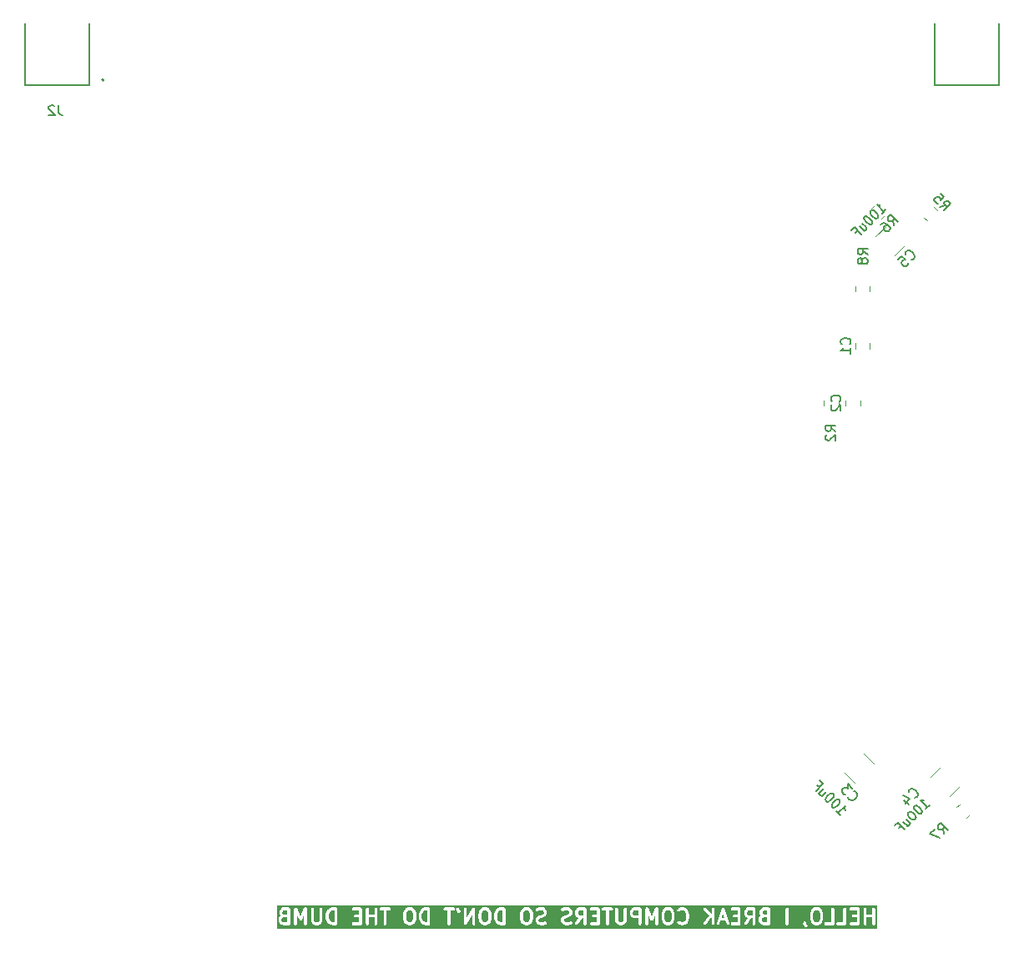
<source format=gbr>
%TF.GenerationSoftware,KiCad,Pcbnew,8.0.5*%
%TF.CreationDate,2024-10-29T15:45:57-04:00*%
%TF.ProjectId,Controller,436f6e74-726f-46c6-9c65-722e6b696361,rev?*%
%TF.SameCoordinates,Original*%
%TF.FileFunction,Legend,Bot*%
%TF.FilePolarity,Positive*%
%FSLAX46Y46*%
G04 Gerber Fmt 4.6, Leading zero omitted, Abs format (unit mm)*
G04 Created by KiCad (PCBNEW 8.0.5) date 2024-10-29 15:45:57*
%MOMM*%
%LPD*%
G01*
G04 APERTURE LIST*
%ADD10C,0.300000*%
%ADD11C,0.203200*%
%ADD12C,0.150000*%
%ADD13C,0.120000*%
%ADD14C,0.127000*%
%ADD15C,0.200000*%
G04 APERTURE END LIST*
D10*
G36*
X165413055Y-131468041D02*
G01*
X165027036Y-131468041D01*
X164937622Y-131423334D01*
X164900617Y-131386329D01*
X164855912Y-131296917D01*
X164855912Y-131153450D01*
X164900617Y-131064038D01*
X164929795Y-131034860D01*
X165087398Y-130982327D01*
X165413055Y-130982327D01*
X165413055Y-131468041D01*
G37*
G36*
X165413055Y-130682327D02*
G01*
X165098465Y-130682327D01*
X165009051Y-130637619D01*
X164972047Y-130600616D01*
X164927340Y-130511202D01*
X164927340Y-130439165D01*
X164972047Y-130349751D01*
X165009051Y-130312748D01*
X165098465Y-130268041D01*
X165413055Y-130268041D01*
X165413055Y-130682327D01*
G37*
G36*
X170198770Y-131468041D02*
G01*
X170015970Y-131468041D01*
X169858367Y-131415507D01*
X169757762Y-131314901D01*
X169704581Y-131208541D01*
X169641627Y-130956720D01*
X169641627Y-130779361D01*
X169704581Y-130527540D01*
X169757762Y-130421180D01*
X169858368Y-130320574D01*
X170015970Y-130268041D01*
X170198770Y-130268041D01*
X170198770Y-131468041D01*
G37*
G36*
X178045631Y-130312748D02*
G01*
X178141897Y-130409014D01*
X178198770Y-130636504D01*
X178198770Y-131099577D01*
X178141897Y-131327067D01*
X178045631Y-131423334D01*
X177956218Y-131468041D01*
X177741323Y-131468041D01*
X177651910Y-131423334D01*
X177555643Y-131327067D01*
X177498770Y-131099575D01*
X177498770Y-130636506D01*
X177555643Y-130409014D01*
X177651910Y-130312747D01*
X177741323Y-130268041D01*
X177956217Y-130268041D01*
X178045631Y-130312748D01*
G37*
G36*
X179627342Y-131468041D02*
G01*
X179444542Y-131468041D01*
X179286939Y-131415507D01*
X179186334Y-131314901D01*
X179133153Y-131208541D01*
X179070199Y-130956720D01*
X179070199Y-130779361D01*
X179133153Y-130527540D01*
X179186334Y-130421180D01*
X179286940Y-130320574D01*
X179444542Y-130268041D01*
X179627342Y-130268041D01*
X179627342Y-131468041D01*
G37*
G36*
X185688489Y-130312748D02*
G01*
X185784755Y-130409014D01*
X185841628Y-130636504D01*
X185841628Y-131099577D01*
X185784755Y-131327067D01*
X185688489Y-131423334D01*
X185599076Y-131468041D01*
X185384181Y-131468041D01*
X185294768Y-131423334D01*
X185198501Y-131327067D01*
X185141628Y-131099575D01*
X185141628Y-130636506D01*
X185198501Y-130409014D01*
X185294768Y-130312747D01*
X185384181Y-130268041D01*
X185599075Y-130268041D01*
X185688489Y-130312748D01*
G37*
G36*
X187270200Y-131468041D02*
G01*
X187087400Y-131468041D01*
X186929797Y-131415507D01*
X186829192Y-131314901D01*
X186776011Y-131208541D01*
X186713057Y-130956720D01*
X186713057Y-130779361D01*
X186776011Y-130527540D01*
X186829192Y-130421180D01*
X186929798Y-130320574D01*
X187087400Y-130268041D01*
X187270200Y-130268041D01*
X187270200Y-131468041D01*
G37*
G36*
X189902775Y-130312748D02*
G01*
X189999041Y-130409014D01*
X190055914Y-130636504D01*
X190055914Y-131099577D01*
X189999041Y-131327067D01*
X189902775Y-131423334D01*
X189813362Y-131468041D01*
X189598467Y-131468041D01*
X189509054Y-131423334D01*
X189412787Y-131327067D01*
X189355914Y-131099575D01*
X189355914Y-130636506D01*
X189412787Y-130409014D01*
X189509054Y-130312747D01*
X189598467Y-130268041D01*
X189813361Y-130268041D01*
X189902775Y-130312748D01*
G37*
G36*
X204259918Y-130312748D02*
G01*
X204356184Y-130409014D01*
X204413057Y-130636504D01*
X204413057Y-131099577D01*
X204356184Y-131327067D01*
X204259918Y-131423334D01*
X204170505Y-131468041D01*
X203955610Y-131468041D01*
X203866197Y-131423334D01*
X203769930Y-131327067D01*
X203713057Y-131099575D01*
X203713057Y-130636506D01*
X203769930Y-130409014D01*
X203866197Y-130312747D01*
X203955610Y-130268041D01*
X204170504Y-130268041D01*
X204259918Y-130312748D01*
G37*
G36*
X214127343Y-131468041D02*
G01*
X213741324Y-131468041D01*
X213651910Y-131423334D01*
X213614905Y-131386329D01*
X213570200Y-131296917D01*
X213570200Y-131153450D01*
X213614905Y-131064038D01*
X213644083Y-131034860D01*
X213801686Y-130982327D01*
X214127343Y-130982327D01*
X214127343Y-131468041D01*
G37*
G36*
X214127343Y-130682327D02*
G01*
X213812753Y-130682327D01*
X213723339Y-130637619D01*
X213686335Y-130600616D01*
X213641628Y-130511202D01*
X213641628Y-130439165D01*
X213686335Y-130349751D01*
X213723339Y-130312748D01*
X213812753Y-130268041D01*
X214127343Y-130268041D01*
X214127343Y-130682327D01*
G37*
G36*
X219331347Y-130312748D02*
G01*
X219427613Y-130409014D01*
X219484486Y-130636504D01*
X219484486Y-131099577D01*
X219427613Y-131327067D01*
X219331347Y-131423334D01*
X219241934Y-131468041D01*
X219027039Y-131468041D01*
X218937626Y-131423334D01*
X218841359Y-131327067D01*
X218784486Y-131099575D01*
X218784486Y-130636506D01*
X218841359Y-130409014D01*
X218937626Y-130312747D01*
X219027039Y-130268041D01*
X219241933Y-130268041D01*
X219331347Y-130312748D01*
G37*
G36*
X195484485Y-130753755D02*
G01*
X195098466Y-130753755D01*
X195009052Y-130709048D01*
X194972047Y-130672043D01*
X194927342Y-130582631D01*
X194927342Y-130439164D01*
X194972047Y-130349753D01*
X195009052Y-130312748D01*
X195098466Y-130268041D01*
X195484485Y-130268041D01*
X195484485Y-130753755D01*
G37*
G36*
X212627343Y-130753755D02*
G01*
X212241324Y-130753755D01*
X212151910Y-130709048D01*
X212114905Y-130672043D01*
X212070200Y-130582631D01*
X212070200Y-130439164D01*
X212114905Y-130349753D01*
X212151910Y-130312748D01*
X212241324Y-130268041D01*
X212627343Y-130268041D01*
X212627343Y-130753755D01*
G37*
G36*
X209783515Y-131039470D02*
G01*
X209485456Y-131039470D01*
X209634485Y-130592382D01*
X209783515Y-131039470D01*
G37*
G36*
X201055914Y-130753755D02*
G01*
X200669895Y-130753755D01*
X200580481Y-130709048D01*
X200543476Y-130672043D01*
X200498771Y-130582631D01*
X200498771Y-130439164D01*
X200543476Y-130349753D01*
X200580481Y-130312748D01*
X200669895Y-130268041D01*
X201055914Y-130268041D01*
X201055914Y-130753755D01*
G37*
G36*
X225236869Y-132146112D02*
G01*
X164389245Y-132146112D01*
X164389245Y-131118041D01*
X164555912Y-131118041D01*
X164555912Y-131332327D01*
X164558794Y-131361591D01*
X164560856Y-131366569D01*
X164561238Y-131371945D01*
X164571748Y-131399409D01*
X164643176Y-131542266D01*
X164651103Y-131554859D01*
X164652619Y-131558519D01*
X164656000Y-131562638D01*
X164658841Y-131567152D01*
X164661834Y-131569748D01*
X164671274Y-131581250D01*
X164742703Y-131652679D01*
X164754207Y-131662120D01*
X164756802Y-131665112D01*
X164761311Y-131667950D01*
X164765434Y-131671334D01*
X164769095Y-131672850D01*
X164781687Y-131680777D01*
X164924545Y-131752205D01*
X164952008Y-131762715D01*
X164957383Y-131763096D01*
X164962362Y-131765159D01*
X164991626Y-131768041D01*
X165563055Y-131768041D01*
X165592319Y-131765159D01*
X165646391Y-131742761D01*
X165687775Y-131701377D01*
X165710173Y-131647305D01*
X165713055Y-131618041D01*
X165713055Y-130118041D01*
X166127341Y-130118041D01*
X166127341Y-131618041D01*
X166130223Y-131647305D01*
X166152621Y-131701377D01*
X166194005Y-131742761D01*
X166248077Y-131765159D01*
X166306605Y-131765159D01*
X166360677Y-131742761D01*
X166402061Y-131701377D01*
X166424459Y-131647305D01*
X166427341Y-131618041D01*
X166427341Y-130794174D01*
X166641414Y-131252903D01*
X166647760Y-131263616D01*
X166649081Y-131267248D01*
X166651432Y-131269816D01*
X166656401Y-131278203D01*
X166673206Y-131293593D01*
X166688608Y-131310411D01*
X166694651Y-131313231D01*
X166699564Y-131317730D01*
X166720984Y-131325519D01*
X166741646Y-131335161D01*
X166748303Y-131335453D01*
X166754566Y-131337731D01*
X166777345Y-131336730D01*
X166800116Y-131337731D01*
X166806375Y-131335454D01*
X166813037Y-131335162D01*
X166833704Y-131325517D01*
X166855119Y-131317730D01*
X166860032Y-131313230D01*
X166866074Y-131310411D01*
X166881469Y-131293598D01*
X166898282Y-131278203D01*
X166903250Y-131269814D01*
X166905601Y-131267248D01*
X166906920Y-131263618D01*
X166913268Y-131252903D01*
X167127341Y-130794175D01*
X167127341Y-131618041D01*
X167130223Y-131647305D01*
X167152621Y-131701377D01*
X167194005Y-131742761D01*
X167248077Y-131765159D01*
X167306605Y-131765159D01*
X167360677Y-131742761D01*
X167402061Y-131701377D01*
X167424459Y-131647305D01*
X167427341Y-131618041D01*
X167427341Y-130118041D01*
X167841627Y-130118041D01*
X167841627Y-131332327D01*
X167844509Y-131361591D01*
X167846571Y-131366569D01*
X167846953Y-131371945D01*
X167857463Y-131399409D01*
X167928891Y-131542266D01*
X167936818Y-131554859D01*
X167938334Y-131558519D01*
X167941715Y-131562638D01*
X167944556Y-131567152D01*
X167947549Y-131569748D01*
X167956989Y-131581250D01*
X168028418Y-131652679D01*
X168039922Y-131662120D01*
X168042517Y-131665112D01*
X168047026Y-131667950D01*
X168051149Y-131671334D01*
X168054810Y-131672850D01*
X168067402Y-131680777D01*
X168210260Y-131752205D01*
X168237723Y-131762715D01*
X168243098Y-131763096D01*
X168248077Y-131765159D01*
X168277341Y-131768041D01*
X168563055Y-131768041D01*
X168592319Y-131765159D01*
X168597297Y-131763096D01*
X168602673Y-131762715D01*
X168630136Y-131752205D01*
X168772995Y-131680777D01*
X168785589Y-131672848D01*
X168789249Y-131671333D01*
X168793369Y-131667951D01*
X168797880Y-131665112D01*
X168800474Y-131662120D01*
X168811980Y-131652678D01*
X168883408Y-131581249D01*
X168892846Y-131569748D01*
X168895840Y-131567152D01*
X168898680Y-131562639D01*
X168902062Y-131558519D01*
X168903577Y-131554859D01*
X168911505Y-131542266D01*
X168982934Y-131399410D01*
X168993443Y-131371946D01*
X168993824Y-131366571D01*
X168995888Y-131361591D01*
X168998770Y-131332327D01*
X168998770Y-130760898D01*
X169341627Y-130760898D01*
X169341627Y-130975184D01*
X169342129Y-130980287D01*
X169341804Y-130982475D01*
X169343423Y-130993425D01*
X169344509Y-131004448D01*
X169345356Y-131006492D01*
X169346106Y-131011564D01*
X169417534Y-131297278D01*
X169418305Y-131299436D01*
X169418382Y-131300517D01*
X169423040Y-131312691D01*
X169427427Y-131324969D01*
X169428071Y-131325839D01*
X169428891Y-131327980D01*
X169500320Y-131470837D01*
X169508247Y-131483430D01*
X169509763Y-131487090D01*
X169513144Y-131491209D01*
X169515985Y-131495723D01*
X169518978Y-131498319D01*
X169528418Y-131509821D01*
X169671275Y-131652679D01*
X169694005Y-131671334D01*
X169698984Y-131673396D01*
X169703056Y-131676928D01*
X169729907Y-131688916D01*
X169944193Y-131760344D01*
X169958705Y-131763643D01*
X169962363Y-131765159D01*
X169967665Y-131765681D01*
X169972867Y-131766864D01*
X169976821Y-131766582D01*
X169991627Y-131768041D01*
X170348770Y-131768041D01*
X170378034Y-131765159D01*
X170432106Y-131742761D01*
X170473490Y-131701377D01*
X170495888Y-131647305D01*
X170498770Y-131618041D01*
X170498770Y-130118041D01*
X170495888Y-130088777D01*
X171987366Y-130088777D01*
X171987366Y-130147305D01*
X172009764Y-130201377D01*
X172051148Y-130242761D01*
X172105220Y-130265159D01*
X172134484Y-130268041D01*
X172698770Y-130268041D01*
X172698770Y-130682327D01*
X172348770Y-130682327D01*
X172319506Y-130685209D01*
X172265434Y-130707607D01*
X172224050Y-130748991D01*
X172201652Y-130803063D01*
X172201652Y-130861591D01*
X172224050Y-130915663D01*
X172265434Y-130957047D01*
X172319506Y-130979445D01*
X172348770Y-130982327D01*
X172698770Y-130982327D01*
X172698770Y-131468041D01*
X172134484Y-131468041D01*
X172105220Y-131470923D01*
X172051148Y-131493321D01*
X172009764Y-131534705D01*
X171987366Y-131588777D01*
X171987366Y-131647305D01*
X172009764Y-131701377D01*
X172051148Y-131742761D01*
X172105220Y-131765159D01*
X172134484Y-131768041D01*
X172848770Y-131768041D01*
X172878034Y-131765159D01*
X172932106Y-131742761D01*
X172973490Y-131701377D01*
X172995888Y-131647305D01*
X172998770Y-131618041D01*
X172998770Y-130118041D01*
X173413056Y-130118041D01*
X173413056Y-131618041D01*
X173415938Y-131647305D01*
X173438336Y-131701377D01*
X173479720Y-131742761D01*
X173533792Y-131765159D01*
X173592320Y-131765159D01*
X173646392Y-131742761D01*
X173687776Y-131701377D01*
X173710174Y-131647305D01*
X173713056Y-131618041D01*
X173713056Y-130982327D01*
X174270199Y-130982327D01*
X174270199Y-131618041D01*
X174273081Y-131647305D01*
X174295479Y-131701377D01*
X174336863Y-131742761D01*
X174390935Y-131765159D01*
X174449463Y-131765159D01*
X174503535Y-131742761D01*
X174544919Y-131701377D01*
X174567317Y-131647305D01*
X174570199Y-131618041D01*
X174570199Y-130118041D01*
X174567317Y-130088777D01*
X174773081Y-130088777D01*
X174773081Y-130147305D01*
X174795479Y-130201377D01*
X174836863Y-130242761D01*
X174890935Y-130265159D01*
X174920199Y-130268041D01*
X175198770Y-130268041D01*
X175198770Y-131618041D01*
X175201652Y-131647305D01*
X175224050Y-131701377D01*
X175265434Y-131742761D01*
X175319506Y-131765159D01*
X175378034Y-131765159D01*
X175432106Y-131742761D01*
X175473490Y-131701377D01*
X175495888Y-131647305D01*
X175498770Y-131618041D01*
X175498770Y-130618041D01*
X177198770Y-130618041D01*
X177198770Y-131118041D01*
X177199272Y-131123144D01*
X177198947Y-131125332D01*
X177200566Y-131136283D01*
X177201652Y-131147305D01*
X177202498Y-131149349D01*
X177203249Y-131154422D01*
X177274678Y-131440135D01*
X177284571Y-131467826D01*
X177291210Y-131476786D01*
X177295478Y-131487090D01*
X177314133Y-131509821D01*
X177456990Y-131652679D01*
X177468496Y-131662122D01*
X177471089Y-131665112D01*
X177475594Y-131667948D01*
X177479720Y-131671334D01*
X177483383Y-131672851D01*
X177495974Y-131680777D01*
X177638832Y-131752205D01*
X177666295Y-131762715D01*
X177671670Y-131763096D01*
X177676649Y-131765159D01*
X177705913Y-131768041D01*
X177991627Y-131768041D01*
X178020891Y-131765159D01*
X178025869Y-131763096D01*
X178031245Y-131762715D01*
X178058708Y-131752205D01*
X178201567Y-131680777D01*
X178214157Y-131672851D01*
X178217821Y-131671334D01*
X178221946Y-131667948D01*
X178226452Y-131665112D01*
X178229045Y-131662122D01*
X178240551Y-131652679D01*
X178383408Y-131509821D01*
X178402063Y-131487090D01*
X178406330Y-131476786D01*
X178412970Y-131467826D01*
X178422863Y-131440135D01*
X178494291Y-131154421D01*
X178495040Y-131149349D01*
X178495888Y-131147305D01*
X178496973Y-131136282D01*
X178498593Y-131125332D01*
X178498267Y-131123144D01*
X178498770Y-131118041D01*
X178498770Y-130760898D01*
X178770199Y-130760898D01*
X178770199Y-130975184D01*
X178770701Y-130980287D01*
X178770376Y-130982475D01*
X178771995Y-130993425D01*
X178773081Y-131004448D01*
X178773928Y-131006492D01*
X178774678Y-131011564D01*
X178846106Y-131297278D01*
X178846877Y-131299436D01*
X178846954Y-131300517D01*
X178851612Y-131312691D01*
X178855999Y-131324969D01*
X178856643Y-131325839D01*
X178857463Y-131327980D01*
X178928892Y-131470837D01*
X178936819Y-131483430D01*
X178938335Y-131487090D01*
X178941716Y-131491209D01*
X178944557Y-131495723D01*
X178947550Y-131498319D01*
X178956990Y-131509821D01*
X179099847Y-131652679D01*
X179122577Y-131671334D01*
X179127556Y-131673396D01*
X179131628Y-131676928D01*
X179158479Y-131688916D01*
X179372765Y-131760344D01*
X179387277Y-131763643D01*
X179390935Y-131765159D01*
X179396237Y-131765681D01*
X179401439Y-131766864D01*
X179405393Y-131766582D01*
X179420199Y-131768041D01*
X179777342Y-131768041D01*
X179806606Y-131765159D01*
X179860678Y-131742761D01*
X179902062Y-131701377D01*
X179924460Y-131647305D01*
X179927342Y-131618041D01*
X179927342Y-130118041D01*
X179924460Y-130088777D01*
X181273081Y-130088777D01*
X181273081Y-130147305D01*
X181295479Y-130201377D01*
X181336863Y-130242761D01*
X181390935Y-130265159D01*
X181420199Y-130268041D01*
X181698770Y-130268041D01*
X181698770Y-131618041D01*
X181701652Y-131647305D01*
X181724050Y-131701377D01*
X181765434Y-131742761D01*
X181819506Y-131765159D01*
X181878034Y-131765159D01*
X181932106Y-131742761D01*
X181973490Y-131701377D01*
X181995888Y-131647305D01*
X181998770Y-131618041D01*
X181998770Y-130268041D01*
X182277341Y-130268041D01*
X182306605Y-130265159D01*
X182360677Y-130242761D01*
X182402061Y-130201377D01*
X182424459Y-130147305D01*
X182424459Y-130099279D01*
X182557091Y-130099279D01*
X182561239Y-130157660D01*
X182571749Y-130185123D01*
X182714606Y-130470837D01*
X182730271Y-130495723D01*
X182774486Y-130534069D01*
X182830009Y-130552577D01*
X182888389Y-130548429D01*
X182940738Y-130522254D01*
X182979084Y-130478039D01*
X182997592Y-130422517D01*
X182993444Y-130364136D01*
X182982934Y-130336673D01*
X182873618Y-130118041D01*
X183341628Y-130118041D01*
X183341628Y-131618041D01*
X183342369Y-131625566D01*
X183341994Y-131628518D01*
X183343036Y-131632338D01*
X183344510Y-131647305D01*
X183352145Y-131665737D01*
X183357394Y-131684982D01*
X183363248Y-131692541D01*
X183366908Y-131701377D01*
X183381015Y-131715484D01*
X183393229Y-131731256D01*
X183401531Y-131736000D01*
X183408292Y-131742761D01*
X183426722Y-131750395D01*
X183444045Y-131760294D01*
X183453530Y-131761499D01*
X183462364Y-131765159D01*
X183482314Y-131765159D01*
X183502105Y-131767675D01*
X183511330Y-131765159D01*
X183520892Y-131765159D01*
X183539324Y-131757523D01*
X183558569Y-131752275D01*
X183566128Y-131746420D01*
X183574964Y-131742761D01*
X183589071Y-131728653D01*
X183604843Y-131716440D01*
X183613548Y-131704176D01*
X183616348Y-131701377D01*
X183617486Y-131698629D01*
X183621864Y-131692462D01*
X184198771Y-130682876D01*
X184198771Y-131618041D01*
X184201653Y-131647305D01*
X184224051Y-131701377D01*
X184265435Y-131742761D01*
X184319507Y-131765159D01*
X184378035Y-131765159D01*
X184432107Y-131742761D01*
X184473491Y-131701377D01*
X184495889Y-131647305D01*
X184498771Y-131618041D01*
X184498771Y-130618041D01*
X184841628Y-130618041D01*
X184841628Y-131118041D01*
X184842130Y-131123144D01*
X184841805Y-131125332D01*
X184843424Y-131136283D01*
X184844510Y-131147305D01*
X184845356Y-131149349D01*
X184846107Y-131154422D01*
X184917536Y-131440135D01*
X184927429Y-131467826D01*
X184934068Y-131476786D01*
X184938336Y-131487090D01*
X184956991Y-131509821D01*
X185099848Y-131652679D01*
X185111354Y-131662122D01*
X185113947Y-131665112D01*
X185118452Y-131667948D01*
X185122578Y-131671334D01*
X185126241Y-131672851D01*
X185138832Y-131680777D01*
X185281690Y-131752205D01*
X185309153Y-131762715D01*
X185314528Y-131763096D01*
X185319507Y-131765159D01*
X185348771Y-131768041D01*
X185634485Y-131768041D01*
X185663749Y-131765159D01*
X185668727Y-131763096D01*
X185674103Y-131762715D01*
X185701566Y-131752205D01*
X185844425Y-131680777D01*
X185857015Y-131672851D01*
X185860679Y-131671334D01*
X185864804Y-131667948D01*
X185869310Y-131665112D01*
X185871903Y-131662122D01*
X185883409Y-131652679D01*
X186026266Y-131509821D01*
X186044921Y-131487090D01*
X186049188Y-131476786D01*
X186055828Y-131467826D01*
X186065721Y-131440135D01*
X186137149Y-131154421D01*
X186137898Y-131149349D01*
X186138746Y-131147305D01*
X186139831Y-131136282D01*
X186141451Y-131125332D01*
X186141125Y-131123144D01*
X186141628Y-131118041D01*
X186141628Y-130760898D01*
X186413057Y-130760898D01*
X186413057Y-130975184D01*
X186413559Y-130980287D01*
X186413234Y-130982475D01*
X186414853Y-130993425D01*
X186415939Y-131004448D01*
X186416786Y-131006492D01*
X186417536Y-131011564D01*
X186488964Y-131297278D01*
X186489735Y-131299436D01*
X186489812Y-131300517D01*
X186494470Y-131312691D01*
X186498857Y-131324969D01*
X186499501Y-131325839D01*
X186500321Y-131327980D01*
X186571750Y-131470837D01*
X186579677Y-131483430D01*
X186581193Y-131487090D01*
X186584574Y-131491209D01*
X186587415Y-131495723D01*
X186590408Y-131498319D01*
X186599848Y-131509821D01*
X186742705Y-131652679D01*
X186765435Y-131671334D01*
X186770414Y-131673396D01*
X186774486Y-131676928D01*
X186801337Y-131688916D01*
X187015623Y-131760344D01*
X187030135Y-131763643D01*
X187033793Y-131765159D01*
X187039095Y-131765681D01*
X187044297Y-131766864D01*
X187048251Y-131766582D01*
X187063057Y-131768041D01*
X187420200Y-131768041D01*
X187449464Y-131765159D01*
X187503536Y-131742761D01*
X187544920Y-131701377D01*
X187567318Y-131647305D01*
X187570200Y-131618041D01*
X187570200Y-130618041D01*
X189055914Y-130618041D01*
X189055914Y-131118041D01*
X189056416Y-131123144D01*
X189056091Y-131125332D01*
X189057710Y-131136283D01*
X189058796Y-131147305D01*
X189059642Y-131149349D01*
X189060393Y-131154422D01*
X189131822Y-131440135D01*
X189141715Y-131467826D01*
X189148354Y-131476786D01*
X189152622Y-131487090D01*
X189171277Y-131509821D01*
X189314134Y-131652679D01*
X189325640Y-131662122D01*
X189328233Y-131665112D01*
X189332738Y-131667948D01*
X189336864Y-131671334D01*
X189340527Y-131672851D01*
X189353118Y-131680777D01*
X189495976Y-131752205D01*
X189523439Y-131762715D01*
X189528814Y-131763096D01*
X189533793Y-131765159D01*
X189563057Y-131768041D01*
X189848771Y-131768041D01*
X189878035Y-131765159D01*
X189883013Y-131763096D01*
X189888389Y-131762715D01*
X189915852Y-131752205D01*
X190058711Y-131680777D01*
X190071301Y-131672851D01*
X190074965Y-131671334D01*
X190079090Y-131667948D01*
X190083596Y-131665112D01*
X190086189Y-131662122D01*
X190097695Y-131652679D01*
X190240552Y-131509821D01*
X190259207Y-131487090D01*
X190263474Y-131476786D01*
X190270114Y-131467826D01*
X190280007Y-131440135D01*
X190342673Y-131189470D01*
X190627342Y-131189470D01*
X190627342Y-131332327D01*
X190630224Y-131361591D01*
X190632287Y-131366571D01*
X190632669Y-131371946D01*
X190643178Y-131399409D01*
X190714607Y-131542266D01*
X190722534Y-131554859D01*
X190724050Y-131558519D01*
X190727431Y-131562638D01*
X190730272Y-131567152D01*
X190733265Y-131569748D01*
X190742705Y-131581250D01*
X190814134Y-131652679D01*
X190825638Y-131662120D01*
X190828233Y-131665112D01*
X190832742Y-131667950D01*
X190836865Y-131671334D01*
X190840526Y-131672850D01*
X190853118Y-131680777D01*
X190995976Y-131752205D01*
X191023439Y-131762715D01*
X191028814Y-131763096D01*
X191033793Y-131765159D01*
X191063057Y-131768041D01*
X191420200Y-131768041D01*
X191435005Y-131766582D01*
X191438960Y-131766864D01*
X191444161Y-131765681D01*
X191449464Y-131765159D01*
X191453121Y-131763643D01*
X191467634Y-131760344D01*
X191681919Y-131688916D01*
X191708770Y-131676927D01*
X191752984Y-131638580D01*
X191779158Y-131586233D01*
X191783307Y-131527853D01*
X191764799Y-131472328D01*
X191726452Y-131428114D01*
X191674105Y-131401940D01*
X191615725Y-131397791D01*
X191587051Y-131404310D01*
X191395857Y-131468041D01*
X191098467Y-131468041D01*
X191009053Y-131423334D01*
X190972049Y-131386330D01*
X190927342Y-131296916D01*
X190927342Y-131224880D01*
X190945047Y-131189470D01*
X193198770Y-131189470D01*
X193198770Y-131332327D01*
X193201652Y-131361591D01*
X193203715Y-131366571D01*
X193204097Y-131371946D01*
X193214606Y-131399409D01*
X193286035Y-131542266D01*
X193293962Y-131554859D01*
X193295478Y-131558519D01*
X193298859Y-131562638D01*
X193301700Y-131567152D01*
X193304693Y-131569748D01*
X193314133Y-131581250D01*
X193385562Y-131652679D01*
X193397066Y-131662120D01*
X193399661Y-131665112D01*
X193404170Y-131667950D01*
X193408293Y-131671334D01*
X193411954Y-131672850D01*
X193424546Y-131680777D01*
X193567404Y-131752205D01*
X193594867Y-131762715D01*
X193600242Y-131763096D01*
X193605221Y-131765159D01*
X193634485Y-131768041D01*
X193991628Y-131768041D01*
X194006433Y-131766582D01*
X194010388Y-131766864D01*
X194015589Y-131765681D01*
X194020892Y-131765159D01*
X194024549Y-131763643D01*
X194039062Y-131760344D01*
X194253347Y-131688916D01*
X194280198Y-131676927D01*
X194324412Y-131638580D01*
X194350586Y-131586233D01*
X194354735Y-131527853D01*
X194336227Y-131472328D01*
X194297880Y-131428114D01*
X194245533Y-131401940D01*
X194187153Y-131397791D01*
X194158479Y-131404310D01*
X193967285Y-131468041D01*
X193669895Y-131468041D01*
X193580481Y-131423334D01*
X193543477Y-131386330D01*
X193498770Y-131296916D01*
X193498770Y-131224880D01*
X193543477Y-131135466D01*
X193580482Y-131098461D01*
X193686841Y-131045282D01*
X193956579Y-130977848D01*
X193958737Y-130977076D01*
X193959818Y-130977000D01*
X193971992Y-130972341D01*
X193984270Y-130967955D01*
X193985140Y-130967310D01*
X193987281Y-130966491D01*
X194130138Y-130895062D01*
X194142733Y-130887133D01*
X194146390Y-130885619D01*
X194150507Y-130882239D01*
X194155024Y-130879397D01*
X194157621Y-130876402D01*
X194169121Y-130866965D01*
X194240550Y-130795537D01*
X194249992Y-130784031D01*
X194252984Y-130781437D01*
X194255823Y-130776926D01*
X194259205Y-130772806D01*
X194260720Y-130769146D01*
X194268649Y-130756552D01*
X194340077Y-130613694D01*
X194350587Y-130586231D01*
X194350968Y-130580855D01*
X194353031Y-130575877D01*
X194355913Y-130546613D01*
X194355913Y-130403755D01*
X194627342Y-130403755D01*
X194627342Y-130618041D01*
X194630224Y-130647305D01*
X194632286Y-130652283D01*
X194632668Y-130657659D01*
X194643178Y-130685123D01*
X194714606Y-130827980D01*
X194722533Y-130840573D01*
X194724049Y-130844233D01*
X194727430Y-130848352D01*
X194730271Y-130852866D01*
X194733264Y-130855462D01*
X194742704Y-130866964D01*
X194814133Y-130938393D01*
X194825637Y-130947834D01*
X194828232Y-130950826D01*
X194832741Y-130953664D01*
X194836864Y-130957048D01*
X194840525Y-130958564D01*
X194853117Y-130966491D01*
X194995975Y-131037919D01*
X194999409Y-131039233D01*
X194654457Y-131532022D01*
X194640036Y-131557648D01*
X194627377Y-131614790D01*
X194637548Y-131672426D01*
X194669001Y-131721783D01*
X194716949Y-131755347D01*
X194774091Y-131768006D01*
X194831727Y-131757835D01*
X194881084Y-131726382D01*
X194900227Y-131704060D01*
X195355440Y-131053755D01*
X195484485Y-131053755D01*
X195484485Y-131618041D01*
X195487367Y-131647305D01*
X195509765Y-131701377D01*
X195551149Y-131742761D01*
X195605221Y-131765159D01*
X195663749Y-131765159D01*
X195717821Y-131742761D01*
X195759205Y-131701377D01*
X195781603Y-131647305D01*
X195784485Y-131618041D01*
X195784485Y-130118041D01*
X195781603Y-130088777D01*
X196130224Y-130088777D01*
X196130224Y-130147305D01*
X196152622Y-130201377D01*
X196194006Y-130242761D01*
X196248078Y-130265159D01*
X196277342Y-130268041D01*
X196841628Y-130268041D01*
X196841628Y-130682327D01*
X196491628Y-130682327D01*
X196462364Y-130685209D01*
X196408292Y-130707607D01*
X196366908Y-130748991D01*
X196344510Y-130803063D01*
X196344510Y-130861591D01*
X196366908Y-130915663D01*
X196408292Y-130957047D01*
X196462364Y-130979445D01*
X196491628Y-130982327D01*
X196841628Y-130982327D01*
X196841628Y-131468041D01*
X196277342Y-131468041D01*
X196248078Y-131470923D01*
X196194006Y-131493321D01*
X196152622Y-131534705D01*
X196130224Y-131588777D01*
X196130224Y-131647305D01*
X196152622Y-131701377D01*
X196194006Y-131742761D01*
X196248078Y-131765159D01*
X196277342Y-131768041D01*
X196991628Y-131768041D01*
X197020892Y-131765159D01*
X197074964Y-131742761D01*
X197116348Y-131701377D01*
X197138746Y-131647305D01*
X197141628Y-131618041D01*
X197141628Y-130118041D01*
X197138746Y-130088777D01*
X197344510Y-130088777D01*
X197344510Y-130147305D01*
X197366908Y-130201377D01*
X197408292Y-130242761D01*
X197462364Y-130265159D01*
X197491628Y-130268041D01*
X197770199Y-130268041D01*
X197770199Y-131618041D01*
X197773081Y-131647305D01*
X197795479Y-131701377D01*
X197836863Y-131742761D01*
X197890935Y-131765159D01*
X197949463Y-131765159D01*
X198003535Y-131742761D01*
X198044919Y-131701377D01*
X198067317Y-131647305D01*
X198070199Y-131618041D01*
X198070199Y-130268041D01*
X198348770Y-130268041D01*
X198378034Y-130265159D01*
X198432106Y-130242761D01*
X198473490Y-130201377D01*
X198495888Y-130147305D01*
X198495888Y-130118041D01*
X198698771Y-130118041D01*
X198698771Y-131332327D01*
X198701653Y-131361591D01*
X198703715Y-131366569D01*
X198704097Y-131371945D01*
X198714607Y-131399409D01*
X198786035Y-131542266D01*
X198793962Y-131554859D01*
X198795478Y-131558519D01*
X198798859Y-131562638D01*
X198801700Y-131567152D01*
X198804693Y-131569748D01*
X198814133Y-131581250D01*
X198885562Y-131652679D01*
X198897066Y-131662120D01*
X198899661Y-131665112D01*
X198904170Y-131667950D01*
X198908293Y-131671334D01*
X198911954Y-131672850D01*
X198924546Y-131680777D01*
X199067404Y-131752205D01*
X199094867Y-131762715D01*
X199100242Y-131763096D01*
X199105221Y-131765159D01*
X199134485Y-131768041D01*
X199420199Y-131768041D01*
X199449463Y-131765159D01*
X199454441Y-131763096D01*
X199459817Y-131762715D01*
X199487280Y-131752205D01*
X199630139Y-131680777D01*
X199642733Y-131672848D01*
X199646393Y-131671333D01*
X199650513Y-131667951D01*
X199655024Y-131665112D01*
X199657618Y-131662120D01*
X199669124Y-131652678D01*
X199740552Y-131581249D01*
X199749990Y-131569748D01*
X199752984Y-131567152D01*
X199755824Y-131562639D01*
X199759206Y-131558519D01*
X199760721Y-131554859D01*
X199768649Y-131542266D01*
X199840078Y-131399410D01*
X199850587Y-131371946D01*
X199850968Y-131366571D01*
X199853032Y-131361591D01*
X199855914Y-131332327D01*
X199855914Y-130403755D01*
X200198771Y-130403755D01*
X200198771Y-130618041D01*
X200201653Y-130647305D01*
X200203715Y-130652283D01*
X200204097Y-130657659D01*
X200214607Y-130685123D01*
X200286035Y-130827980D01*
X200293962Y-130840573D01*
X200295478Y-130844233D01*
X200298859Y-130848352D01*
X200301700Y-130852866D01*
X200304693Y-130855462D01*
X200314133Y-130866964D01*
X200385562Y-130938393D01*
X200397066Y-130947834D01*
X200399661Y-130950826D01*
X200404170Y-130953664D01*
X200408293Y-130957048D01*
X200411954Y-130958564D01*
X200424546Y-130966491D01*
X200567404Y-131037919D01*
X200594867Y-131048429D01*
X200600242Y-131048810D01*
X200605221Y-131050873D01*
X200634485Y-131053755D01*
X201055914Y-131053755D01*
X201055914Y-131618041D01*
X201058796Y-131647305D01*
X201081194Y-131701377D01*
X201122578Y-131742761D01*
X201176650Y-131765159D01*
X201235178Y-131765159D01*
X201289250Y-131742761D01*
X201330634Y-131701377D01*
X201353032Y-131647305D01*
X201355914Y-131618041D01*
X201355914Y-130118041D01*
X201770200Y-130118041D01*
X201770200Y-131618041D01*
X201773082Y-131647305D01*
X201795480Y-131701377D01*
X201836864Y-131742761D01*
X201890936Y-131765159D01*
X201949464Y-131765159D01*
X202003536Y-131742761D01*
X202044920Y-131701377D01*
X202067318Y-131647305D01*
X202070200Y-131618041D01*
X202070200Y-130794174D01*
X202284273Y-131252903D01*
X202290619Y-131263616D01*
X202291940Y-131267248D01*
X202294291Y-131269816D01*
X202299260Y-131278203D01*
X202316065Y-131293593D01*
X202331467Y-131310411D01*
X202337510Y-131313231D01*
X202342423Y-131317730D01*
X202363843Y-131325519D01*
X202384505Y-131335161D01*
X202391162Y-131335453D01*
X202397425Y-131337731D01*
X202420204Y-131336730D01*
X202442975Y-131337731D01*
X202449234Y-131335454D01*
X202455896Y-131335162D01*
X202476563Y-131325517D01*
X202497978Y-131317730D01*
X202502891Y-131313230D01*
X202508933Y-131310411D01*
X202524328Y-131293598D01*
X202541141Y-131278203D01*
X202546109Y-131269814D01*
X202548460Y-131267248D01*
X202549779Y-131263618D01*
X202556127Y-131252903D01*
X202770200Y-130794175D01*
X202770200Y-131618041D01*
X202773082Y-131647305D01*
X202795480Y-131701377D01*
X202836864Y-131742761D01*
X202890936Y-131765159D01*
X202949464Y-131765159D01*
X203003536Y-131742761D01*
X203044920Y-131701377D01*
X203067318Y-131647305D01*
X203070200Y-131618041D01*
X203070200Y-130618041D01*
X203413057Y-130618041D01*
X203413057Y-131118041D01*
X203413559Y-131123144D01*
X203413234Y-131125332D01*
X203414853Y-131136283D01*
X203415939Y-131147305D01*
X203416785Y-131149349D01*
X203417536Y-131154422D01*
X203488965Y-131440135D01*
X203498858Y-131467826D01*
X203505497Y-131476786D01*
X203509765Y-131487090D01*
X203528420Y-131509821D01*
X203671277Y-131652679D01*
X203682783Y-131662122D01*
X203685376Y-131665112D01*
X203689881Y-131667948D01*
X203694007Y-131671334D01*
X203697670Y-131672851D01*
X203710261Y-131680777D01*
X203853119Y-131752205D01*
X203880582Y-131762715D01*
X203885957Y-131763096D01*
X203890936Y-131765159D01*
X203920200Y-131768041D01*
X204205914Y-131768041D01*
X204235178Y-131765159D01*
X204240156Y-131763096D01*
X204245532Y-131762715D01*
X204272995Y-131752205D01*
X204415854Y-131680777D01*
X204428444Y-131672851D01*
X204432108Y-131671334D01*
X204436233Y-131667948D01*
X204440739Y-131665112D01*
X204443332Y-131662122D01*
X204454838Y-131652679D01*
X204597695Y-131509821D01*
X204616350Y-131487090D01*
X204620617Y-131476786D01*
X204627257Y-131467826D01*
X204637150Y-131440135D01*
X204708578Y-131154421D01*
X204709327Y-131149349D01*
X204710175Y-131147305D01*
X204711260Y-131136282D01*
X204712880Y-131125332D01*
X204712554Y-131123144D01*
X204713057Y-131118041D01*
X204713057Y-130618041D01*
X204712554Y-130612937D01*
X204712880Y-130610750D01*
X204711260Y-130599799D01*
X204710175Y-130588777D01*
X204709327Y-130586732D01*
X204708578Y-130581661D01*
X204637150Y-130295947D01*
X204627257Y-130268256D01*
X204620618Y-130259296D01*
X204616350Y-130248991D01*
X204602106Y-130231635D01*
X204987368Y-130231635D01*
X204987368Y-130290161D01*
X205009765Y-130344233D01*
X205051151Y-130385619D01*
X205105223Y-130408016D01*
X205163749Y-130408016D01*
X205217821Y-130385619D01*
X205240552Y-130366964D01*
X205286941Y-130320574D01*
X205444543Y-130268041D01*
X205538717Y-130268041D01*
X205696315Y-130320574D01*
X205796922Y-130421181D01*
X205850101Y-130527540D01*
X205913057Y-130779361D01*
X205913057Y-130956720D01*
X205850101Y-131208541D01*
X205796922Y-131314901D01*
X205696316Y-131415507D01*
X205538714Y-131468041D01*
X205444543Y-131468041D01*
X205286940Y-131415507D01*
X205240553Y-131369119D01*
X205217822Y-131350464D01*
X205163750Y-131328066D01*
X205105224Y-131328066D01*
X205051152Y-131350463D01*
X205009766Y-131391848D01*
X204987368Y-131445920D01*
X204987368Y-131504446D01*
X205009765Y-131558518D01*
X205028419Y-131581249D01*
X205099847Y-131652678D01*
X205122578Y-131671333D01*
X205127554Y-131673394D01*
X205131629Y-131676928D01*
X205158480Y-131688916D01*
X205372766Y-131760344D01*
X205387278Y-131763643D01*
X205390936Y-131765159D01*
X205396238Y-131765681D01*
X205401440Y-131766864D01*
X205405394Y-131766582D01*
X205420200Y-131768041D01*
X205563057Y-131768041D01*
X205577862Y-131766582D01*
X205581817Y-131766864D01*
X205587018Y-131765681D01*
X205592321Y-131765159D01*
X205595978Y-131763643D01*
X205610491Y-131760344D01*
X205824777Y-131688916D01*
X205851628Y-131676928D01*
X205855699Y-131673396D01*
X205860679Y-131671334D01*
X205883409Y-131652679D01*
X205926210Y-131609878D01*
X207627565Y-131609878D01*
X207635842Y-131667815D01*
X207665661Y-131718177D01*
X207712483Y-131753294D01*
X207769180Y-131767819D01*
X207827117Y-131759542D01*
X207877479Y-131729723D01*
X207897343Y-131708041D01*
X208436429Y-130989259D01*
X208484486Y-131037316D01*
X208484486Y-131618041D01*
X208487368Y-131647305D01*
X208509766Y-131701377D01*
X208551150Y-131742761D01*
X208605222Y-131765159D01*
X208663750Y-131765159D01*
X208717822Y-131742761D01*
X208759206Y-131701377D01*
X208781604Y-131647305D01*
X208784486Y-131618041D01*
X208784486Y-131599280D01*
X208985663Y-131599280D01*
X208989812Y-131657661D01*
X209015986Y-131710008D01*
X209060200Y-131748355D01*
X209115724Y-131766863D01*
X209174105Y-131762714D01*
X209226452Y-131736540D01*
X209264799Y-131692326D01*
X209276787Y-131665475D01*
X209385456Y-131339470D01*
X209883515Y-131339470D01*
X209992183Y-131665475D01*
X210004171Y-131692326D01*
X210042518Y-131736541D01*
X210094866Y-131762714D01*
X210153246Y-131766864D01*
X210208770Y-131748355D01*
X210252984Y-131710008D01*
X210279158Y-131657661D01*
X210283308Y-131599281D01*
X210276788Y-131570607D01*
X209782844Y-130088777D01*
X210415939Y-130088777D01*
X210415939Y-130147305D01*
X210438337Y-130201377D01*
X210479721Y-130242761D01*
X210533793Y-130265159D01*
X210563057Y-130268041D01*
X211127343Y-130268041D01*
X211127343Y-130682327D01*
X210777343Y-130682327D01*
X210748079Y-130685209D01*
X210694007Y-130707607D01*
X210652623Y-130748991D01*
X210630225Y-130803063D01*
X210630225Y-130861591D01*
X210652623Y-130915663D01*
X210694007Y-130957047D01*
X210748079Y-130979445D01*
X210777343Y-130982327D01*
X211127343Y-130982327D01*
X211127343Y-131468041D01*
X210563057Y-131468041D01*
X210533793Y-131470923D01*
X210479721Y-131493321D01*
X210438337Y-131534705D01*
X210415939Y-131588777D01*
X210415939Y-131647305D01*
X210438337Y-131701377D01*
X210479721Y-131742761D01*
X210533793Y-131765159D01*
X210563057Y-131768041D01*
X211277343Y-131768041D01*
X211306607Y-131765159D01*
X211360679Y-131742761D01*
X211402063Y-131701377D01*
X211424461Y-131647305D01*
X211427343Y-131618041D01*
X211427343Y-130403755D01*
X211770200Y-130403755D01*
X211770200Y-130618041D01*
X211773082Y-130647305D01*
X211775144Y-130652283D01*
X211775526Y-130657659D01*
X211786036Y-130685123D01*
X211857464Y-130827980D01*
X211865391Y-130840573D01*
X211866907Y-130844233D01*
X211870288Y-130848352D01*
X211873129Y-130852866D01*
X211876122Y-130855462D01*
X211885562Y-130866964D01*
X211956991Y-130938393D01*
X211968495Y-130947834D01*
X211971090Y-130950826D01*
X211975599Y-130953664D01*
X211979722Y-130957048D01*
X211983383Y-130958564D01*
X211995975Y-130966491D01*
X212138833Y-131037919D01*
X212142267Y-131039233D01*
X211797315Y-131532022D01*
X211782894Y-131557648D01*
X211770235Y-131614790D01*
X211780406Y-131672426D01*
X211811859Y-131721783D01*
X211859807Y-131755347D01*
X211916949Y-131768006D01*
X211974585Y-131757835D01*
X212023942Y-131726382D01*
X212043085Y-131704060D01*
X212498298Y-131053755D01*
X212627343Y-131053755D01*
X212627343Y-131618041D01*
X212630225Y-131647305D01*
X212652623Y-131701377D01*
X212694007Y-131742761D01*
X212748079Y-131765159D01*
X212806607Y-131765159D01*
X212860679Y-131742761D01*
X212902063Y-131701377D01*
X212924461Y-131647305D01*
X212927343Y-131618041D01*
X212927343Y-131118041D01*
X213270200Y-131118041D01*
X213270200Y-131332327D01*
X213273082Y-131361591D01*
X213275144Y-131366569D01*
X213275526Y-131371945D01*
X213286036Y-131399409D01*
X213357464Y-131542266D01*
X213365391Y-131554859D01*
X213366907Y-131558519D01*
X213370288Y-131562638D01*
X213373129Y-131567152D01*
X213376122Y-131569748D01*
X213385562Y-131581250D01*
X213456991Y-131652679D01*
X213468495Y-131662120D01*
X213471090Y-131665112D01*
X213475599Y-131667950D01*
X213479722Y-131671334D01*
X213483383Y-131672850D01*
X213495975Y-131680777D01*
X213638833Y-131752205D01*
X213666296Y-131762715D01*
X213671671Y-131763096D01*
X213676650Y-131765159D01*
X213705914Y-131768041D01*
X214277343Y-131768041D01*
X214306607Y-131765159D01*
X214360679Y-131742761D01*
X214402063Y-131701377D01*
X214424461Y-131647305D01*
X214427343Y-131618041D01*
X214427343Y-130118041D01*
X215984486Y-130118041D01*
X215984486Y-131618041D01*
X215987368Y-131647305D01*
X216009766Y-131701377D01*
X216051150Y-131742761D01*
X216105222Y-131765159D01*
X216163750Y-131765159D01*
X216217822Y-131742761D01*
X216259206Y-131701377D01*
X216281604Y-131647305D01*
X216284486Y-131618041D01*
X216284486Y-131546613D01*
X217770200Y-131546613D01*
X217770200Y-131618041D01*
X217773082Y-131647305D01*
X217775145Y-131652285D01*
X217775527Y-131657660D01*
X217786036Y-131685123D01*
X217857465Y-131827980D01*
X217865393Y-131840575D01*
X217866908Y-131844232D01*
X217870287Y-131848349D01*
X217873130Y-131852866D01*
X217876124Y-131855463D01*
X217885562Y-131866963D01*
X217956990Y-131938392D01*
X217979721Y-131957047D01*
X218033793Y-131979444D01*
X218092319Y-131979445D01*
X218146391Y-131957048D01*
X218187777Y-131915663D01*
X218210174Y-131861591D01*
X218210175Y-131803065D01*
X218187778Y-131748992D01*
X218169124Y-131726262D01*
X218114907Y-131672045D01*
X218070200Y-131582630D01*
X218070200Y-131546613D01*
X218067318Y-131517349D01*
X218044920Y-131463277D01*
X218003536Y-131421893D01*
X217949464Y-131399495D01*
X217890936Y-131399495D01*
X217836864Y-131421893D01*
X217795480Y-131463277D01*
X217773082Y-131517349D01*
X217770200Y-131546613D01*
X216284486Y-131546613D01*
X216284486Y-130618041D01*
X218484486Y-130618041D01*
X218484486Y-131118041D01*
X218484988Y-131123144D01*
X218484663Y-131125332D01*
X218486282Y-131136283D01*
X218487368Y-131147305D01*
X218488214Y-131149349D01*
X218488965Y-131154422D01*
X218560394Y-131440135D01*
X218570287Y-131467826D01*
X218576926Y-131476786D01*
X218581194Y-131487090D01*
X218599849Y-131509821D01*
X218742706Y-131652679D01*
X218754212Y-131662122D01*
X218756805Y-131665112D01*
X218761310Y-131667948D01*
X218765436Y-131671334D01*
X218769099Y-131672851D01*
X218781690Y-131680777D01*
X218924548Y-131752205D01*
X218952011Y-131762715D01*
X218957386Y-131763096D01*
X218962365Y-131765159D01*
X218991629Y-131768041D01*
X219277343Y-131768041D01*
X219306607Y-131765159D01*
X219311585Y-131763096D01*
X219316961Y-131762715D01*
X219344424Y-131752205D01*
X219487283Y-131680777D01*
X219499873Y-131672851D01*
X219503537Y-131671334D01*
X219507662Y-131667948D01*
X219512168Y-131665112D01*
X219514761Y-131662122D01*
X219526267Y-131652679D01*
X219590169Y-131588777D01*
X219915940Y-131588777D01*
X219915940Y-131647305D01*
X219938338Y-131701377D01*
X219979722Y-131742761D01*
X220033794Y-131765159D01*
X220063058Y-131768041D01*
X220777344Y-131768041D01*
X220806608Y-131765159D01*
X220860680Y-131742761D01*
X220902064Y-131701377D01*
X220924462Y-131647305D01*
X220927344Y-131618041D01*
X220927344Y-131588777D01*
X221130226Y-131588777D01*
X221130226Y-131647305D01*
X221152624Y-131701377D01*
X221194008Y-131742761D01*
X221248080Y-131765159D01*
X221277344Y-131768041D01*
X221991630Y-131768041D01*
X222020894Y-131765159D01*
X222074966Y-131742761D01*
X222116350Y-131701377D01*
X222138748Y-131647305D01*
X222141630Y-131618041D01*
X222141630Y-130118041D01*
X222138748Y-130088777D01*
X222487369Y-130088777D01*
X222487369Y-130147305D01*
X222509767Y-130201377D01*
X222551151Y-130242761D01*
X222605223Y-130265159D01*
X222634487Y-130268041D01*
X223198773Y-130268041D01*
X223198773Y-130682327D01*
X222848773Y-130682327D01*
X222819509Y-130685209D01*
X222765437Y-130707607D01*
X222724053Y-130748991D01*
X222701655Y-130803063D01*
X222701655Y-130861591D01*
X222724053Y-130915663D01*
X222765437Y-130957047D01*
X222819509Y-130979445D01*
X222848773Y-130982327D01*
X223198773Y-130982327D01*
X223198773Y-131468041D01*
X222634487Y-131468041D01*
X222605223Y-131470923D01*
X222551151Y-131493321D01*
X222509767Y-131534705D01*
X222487369Y-131588777D01*
X222487369Y-131647305D01*
X222509767Y-131701377D01*
X222551151Y-131742761D01*
X222605223Y-131765159D01*
X222634487Y-131768041D01*
X223348773Y-131768041D01*
X223378037Y-131765159D01*
X223432109Y-131742761D01*
X223473493Y-131701377D01*
X223495891Y-131647305D01*
X223498773Y-131618041D01*
X223498773Y-130118041D01*
X223913059Y-130118041D01*
X223913059Y-131618041D01*
X223915941Y-131647305D01*
X223938339Y-131701377D01*
X223979723Y-131742761D01*
X224033795Y-131765159D01*
X224092323Y-131765159D01*
X224146395Y-131742761D01*
X224187779Y-131701377D01*
X224210177Y-131647305D01*
X224213059Y-131618041D01*
X224213059Y-130982327D01*
X224770202Y-130982327D01*
X224770202Y-131618041D01*
X224773084Y-131647305D01*
X224795482Y-131701377D01*
X224836866Y-131742761D01*
X224890938Y-131765159D01*
X224949466Y-131765159D01*
X225003538Y-131742761D01*
X225044922Y-131701377D01*
X225067320Y-131647305D01*
X225070202Y-131618041D01*
X225070202Y-130118041D01*
X225067320Y-130088777D01*
X225044922Y-130034705D01*
X225003538Y-129993321D01*
X224949466Y-129970923D01*
X224890938Y-129970923D01*
X224836866Y-129993321D01*
X224795482Y-130034705D01*
X224773084Y-130088777D01*
X224770202Y-130118041D01*
X224770202Y-130682327D01*
X224213059Y-130682327D01*
X224213059Y-130118041D01*
X224210177Y-130088777D01*
X224187779Y-130034705D01*
X224146395Y-129993321D01*
X224092323Y-129970923D01*
X224033795Y-129970923D01*
X223979723Y-129993321D01*
X223938339Y-130034705D01*
X223915941Y-130088777D01*
X223913059Y-130118041D01*
X223498773Y-130118041D01*
X223495891Y-130088777D01*
X223473493Y-130034705D01*
X223432109Y-129993321D01*
X223378037Y-129970923D01*
X223348773Y-129968041D01*
X222634487Y-129968041D01*
X222605223Y-129970923D01*
X222551151Y-129993321D01*
X222509767Y-130034705D01*
X222487369Y-130088777D01*
X222138748Y-130088777D01*
X222116350Y-130034705D01*
X222074966Y-129993321D01*
X222020894Y-129970923D01*
X221962366Y-129970923D01*
X221908294Y-129993321D01*
X221866910Y-130034705D01*
X221844512Y-130088777D01*
X221841630Y-130118041D01*
X221841630Y-131468041D01*
X221277344Y-131468041D01*
X221248080Y-131470923D01*
X221194008Y-131493321D01*
X221152624Y-131534705D01*
X221130226Y-131588777D01*
X220927344Y-131588777D01*
X220927344Y-130118041D01*
X220924462Y-130088777D01*
X220902064Y-130034705D01*
X220860680Y-129993321D01*
X220806608Y-129970923D01*
X220748080Y-129970923D01*
X220694008Y-129993321D01*
X220652624Y-130034705D01*
X220630226Y-130088777D01*
X220627344Y-130118041D01*
X220627344Y-131468041D01*
X220063058Y-131468041D01*
X220033794Y-131470923D01*
X219979722Y-131493321D01*
X219938338Y-131534705D01*
X219915940Y-131588777D01*
X219590169Y-131588777D01*
X219669124Y-131509821D01*
X219687779Y-131487090D01*
X219692046Y-131476786D01*
X219698686Y-131467826D01*
X219708579Y-131440135D01*
X219780007Y-131154421D01*
X219780756Y-131149349D01*
X219781604Y-131147305D01*
X219782689Y-131136282D01*
X219784309Y-131125332D01*
X219783983Y-131123144D01*
X219784486Y-131118041D01*
X219784486Y-130618041D01*
X219783983Y-130612937D01*
X219784309Y-130610750D01*
X219782689Y-130599799D01*
X219781604Y-130588777D01*
X219780756Y-130586732D01*
X219780007Y-130581661D01*
X219708579Y-130295947D01*
X219698686Y-130268256D01*
X219692047Y-130259296D01*
X219687779Y-130248991D01*
X219669124Y-130226261D01*
X219526267Y-130083404D01*
X219514765Y-130073964D01*
X219512169Y-130070971D01*
X219507655Y-130068130D01*
X219503536Y-130064749D01*
X219499876Y-130063233D01*
X219487283Y-130055306D01*
X219344425Y-129983877D01*
X219316962Y-129973367D01*
X219311584Y-129972984D01*
X219306607Y-129970923D01*
X219277343Y-129968041D01*
X218991629Y-129968041D01*
X218962365Y-129970923D01*
X218957384Y-129972986D01*
X218952010Y-129973368D01*
X218924546Y-129983877D01*
X218781690Y-130055306D01*
X218769098Y-130063232D01*
X218765436Y-130064749D01*
X218761313Y-130068132D01*
X218756804Y-130070971D01*
X218754208Y-130073963D01*
X218742706Y-130083404D01*
X218599849Y-130226261D01*
X218581194Y-130248992D01*
X218576926Y-130259295D01*
X218570287Y-130268256D01*
X218560394Y-130295947D01*
X218488965Y-130581660D01*
X218488214Y-130586732D01*
X218487368Y-130588777D01*
X218486282Y-130599798D01*
X218484663Y-130610750D01*
X218484988Y-130612937D01*
X218484486Y-130618041D01*
X216284486Y-130618041D01*
X216284486Y-130118041D01*
X216281604Y-130088777D01*
X216259206Y-130034705D01*
X216217822Y-129993321D01*
X216163750Y-129970923D01*
X216105222Y-129970923D01*
X216051150Y-129993321D01*
X216009766Y-130034705D01*
X215987368Y-130088777D01*
X215984486Y-130118041D01*
X214427343Y-130118041D01*
X214424461Y-130088777D01*
X214402063Y-130034705D01*
X214360679Y-129993321D01*
X214306607Y-129970923D01*
X214277343Y-129968041D01*
X213777343Y-129968041D01*
X213748079Y-129970923D01*
X213743098Y-129972986D01*
X213737724Y-129973368D01*
X213710260Y-129983877D01*
X213567404Y-130055306D01*
X213554810Y-130063233D01*
X213551151Y-130064749D01*
X213547030Y-130068130D01*
X213542518Y-130070971D01*
X213539921Y-130073964D01*
X213528421Y-130083403D01*
X213456992Y-130154831D01*
X213447552Y-130166333D01*
X213444558Y-130168930D01*
X213441716Y-130173444D01*
X213438337Y-130177562D01*
X213436821Y-130181220D01*
X213428893Y-130193816D01*
X213357464Y-130336673D01*
X213346955Y-130364136D01*
X213346573Y-130369510D01*
X213344510Y-130374491D01*
X213341628Y-130403755D01*
X213341628Y-130546613D01*
X213344510Y-130575877D01*
X213346573Y-130580857D01*
X213346955Y-130586232D01*
X213357464Y-130613695D01*
X213428893Y-130756552D01*
X213436821Y-130769147D01*
X213438337Y-130772806D01*
X213441716Y-130776923D01*
X213444558Y-130781438D01*
X213447552Y-130784034D01*
X213456992Y-130795537D01*
X213458173Y-130796718D01*
X213456991Y-130797689D01*
X213385562Y-130869118D01*
X213376122Y-130880619D01*
X213373129Y-130883216D01*
X213370288Y-130887729D01*
X213366907Y-130891849D01*
X213365391Y-130895508D01*
X213357464Y-130908102D01*
X213286036Y-131050959D01*
X213275526Y-131078423D01*
X213275144Y-131083798D01*
X213273082Y-131088777D01*
X213270200Y-131118041D01*
X212927343Y-131118041D01*
X212927343Y-130118041D01*
X212924461Y-130088777D01*
X212902063Y-130034705D01*
X212860679Y-129993321D01*
X212806607Y-129970923D01*
X212777343Y-129968041D01*
X212205914Y-129968041D01*
X212176650Y-129970923D01*
X212171669Y-129972986D01*
X212166295Y-129973368D01*
X212138831Y-129983877D01*
X211995975Y-130055306D01*
X211983381Y-130063233D01*
X211979722Y-130064749D01*
X211975601Y-130068130D01*
X211971089Y-130070971D01*
X211968492Y-130073964D01*
X211956992Y-130083403D01*
X211885563Y-130154831D01*
X211876123Y-130166333D01*
X211873129Y-130168930D01*
X211870287Y-130173444D01*
X211866908Y-130177562D01*
X211865392Y-130181220D01*
X211857464Y-130193816D01*
X211786036Y-130336673D01*
X211775526Y-130364137D01*
X211775144Y-130369512D01*
X211773082Y-130374491D01*
X211770200Y-130403755D01*
X211427343Y-130403755D01*
X211427343Y-130118041D01*
X211424461Y-130088777D01*
X211402063Y-130034705D01*
X211360679Y-129993321D01*
X211306607Y-129970923D01*
X211277343Y-129968041D01*
X210563057Y-129968041D01*
X210533793Y-129970923D01*
X210479721Y-129993321D01*
X210438337Y-130034705D01*
X210415939Y-130088777D01*
X209782844Y-130088777D01*
X209776787Y-130070607D01*
X209764799Y-130043756D01*
X209757776Y-130035659D01*
X209752984Y-130026074D01*
X209738775Y-130013750D01*
X209726452Y-129999542D01*
X209716866Y-129994749D01*
X209708770Y-129987727D01*
X209690926Y-129981778D01*
X209674105Y-129973368D01*
X209663416Y-129972608D01*
X209653246Y-129969218D01*
X209634480Y-129970551D01*
X209615724Y-129969219D01*
X209605556Y-129972608D01*
X209594866Y-129973368D01*
X209578042Y-129981779D01*
X209560200Y-129987727D01*
X209552105Y-129994747D01*
X209542518Y-129999541D01*
X209530192Y-130013752D01*
X209515986Y-130026074D01*
X209511193Y-130035658D01*
X209504171Y-130043756D01*
X209492183Y-130070607D01*
X208992183Y-131570607D01*
X208985663Y-131599280D01*
X208784486Y-131599280D01*
X208784486Y-130118041D01*
X208781604Y-130088777D01*
X208759206Y-130034705D01*
X208717822Y-129993321D01*
X208663750Y-129970923D01*
X208605222Y-129970923D01*
X208551150Y-129993321D01*
X208509766Y-130034705D01*
X208487368Y-130088777D01*
X208484486Y-130118041D01*
X208484486Y-130613052D01*
X207883409Y-130011975D01*
X207860678Y-129993320D01*
X207806606Y-129970923D01*
X207748080Y-129970923D01*
X207694008Y-129993320D01*
X207652622Y-130034706D01*
X207630225Y-130088778D01*
X207630225Y-130147304D01*
X207652622Y-130201376D01*
X207671277Y-130224107D01*
X208222143Y-130774973D01*
X207657343Y-131528041D01*
X207642090Y-131553181D01*
X207627565Y-131609878D01*
X205926210Y-131609878D01*
X206026266Y-131509821D01*
X206035704Y-131498319D01*
X206038699Y-131495723D01*
X206041539Y-131491209D01*
X206044921Y-131487090D01*
X206046436Y-131483430D01*
X206054364Y-131470837D01*
X206125793Y-131327981D01*
X206126612Y-131325838D01*
X206127257Y-131324969D01*
X206131641Y-131312697D01*
X206136302Y-131300517D01*
X206136378Y-131299436D01*
X206137150Y-131297278D01*
X206208578Y-131011564D01*
X206209327Y-131006492D01*
X206210175Y-131004448D01*
X206211260Y-130993425D01*
X206212880Y-130982475D01*
X206212554Y-130980287D01*
X206213057Y-130975184D01*
X206213057Y-130760898D01*
X206212554Y-130755794D01*
X206212880Y-130753607D01*
X206211260Y-130742656D01*
X206210175Y-130731634D01*
X206209327Y-130729589D01*
X206208578Y-130724518D01*
X206137150Y-130438804D01*
X206136378Y-130436645D01*
X206136302Y-130435565D01*
X206131641Y-130423384D01*
X206127257Y-130411113D01*
X206126612Y-130410243D01*
X206125793Y-130408101D01*
X206054364Y-130265245D01*
X206046437Y-130252653D01*
X206044921Y-130248991D01*
X206041537Y-130244868D01*
X206038699Y-130240359D01*
X206035706Y-130237763D01*
X206026266Y-130226261D01*
X205883409Y-130083404D01*
X205860678Y-130064749D01*
X205855698Y-130062686D01*
X205851628Y-130059156D01*
X205824777Y-130047167D01*
X205610491Y-129975739D01*
X205595983Y-129972440D01*
X205592321Y-129970923D01*
X205587012Y-129970400D01*
X205581818Y-129969219D01*
X205577868Y-129969499D01*
X205563057Y-129968041D01*
X205420200Y-129968041D01*
X205405388Y-129969499D01*
X205401439Y-129969219D01*
X205396244Y-129970400D01*
X205390936Y-129970923D01*
X205387274Y-129972439D01*
X205372765Y-129975739D01*
X205158480Y-130047168D01*
X205131629Y-130059156D01*
X205127558Y-130062685D01*
X205122578Y-130064749D01*
X205099848Y-130083404D01*
X205028420Y-130154832D01*
X205009765Y-130177563D01*
X204987368Y-130231635D01*
X204602106Y-130231635D01*
X204597695Y-130226261D01*
X204454838Y-130083404D01*
X204443336Y-130073964D01*
X204440740Y-130070971D01*
X204436226Y-130068130D01*
X204432107Y-130064749D01*
X204428447Y-130063233D01*
X204415854Y-130055306D01*
X204272996Y-129983877D01*
X204245533Y-129973367D01*
X204240155Y-129972984D01*
X204235178Y-129970923D01*
X204205914Y-129968041D01*
X203920200Y-129968041D01*
X203890936Y-129970923D01*
X203885955Y-129972986D01*
X203880581Y-129973368D01*
X203853117Y-129983877D01*
X203710261Y-130055306D01*
X203697669Y-130063232D01*
X203694007Y-130064749D01*
X203689884Y-130068132D01*
X203685375Y-130070971D01*
X203682779Y-130073963D01*
X203671277Y-130083404D01*
X203528420Y-130226261D01*
X203509765Y-130248992D01*
X203505497Y-130259295D01*
X203498858Y-130268256D01*
X203488965Y-130295947D01*
X203417536Y-130581660D01*
X203416785Y-130586732D01*
X203415939Y-130588777D01*
X203414853Y-130599798D01*
X203413234Y-130610750D01*
X203413559Y-130612937D01*
X203413057Y-130618041D01*
X203070200Y-130618041D01*
X203070200Y-130118041D01*
X203068305Y-130098803D01*
X203068461Y-130095265D01*
X203067769Y-130093364D01*
X203067318Y-130088777D01*
X203057357Y-130064731D01*
X203048460Y-130040263D01*
X203046200Y-130037795D01*
X203044920Y-130034705D01*
X203026522Y-130016307D01*
X203008933Y-129997100D01*
X203005899Y-129995684D01*
X203003536Y-129993321D01*
X202979505Y-129983367D01*
X202955896Y-129972349D01*
X202952551Y-129972202D01*
X202949464Y-129970923D01*
X202923440Y-129970923D01*
X202897425Y-129969780D01*
X202894282Y-129970923D01*
X202890936Y-129970923D01*
X202866883Y-129980886D01*
X202842423Y-129989781D01*
X202839955Y-129992040D01*
X202836864Y-129993321D01*
X202818455Y-130011729D01*
X202799260Y-130029308D01*
X202796910Y-130033274D01*
X202795480Y-130034705D01*
X202794124Y-130037977D01*
X202784273Y-130054608D01*
X202420200Y-130834764D01*
X202056127Y-130054608D01*
X202046273Y-130037973D01*
X202044920Y-130034705D01*
X202043491Y-130033276D01*
X202041141Y-130029308D01*
X202021933Y-130011718D01*
X202003536Y-129993321D01*
X202000445Y-129992040D01*
X201997978Y-129989781D01*
X201973512Y-129980884D01*
X201949464Y-129970923D01*
X201946118Y-129970923D01*
X201942975Y-129969780D01*
X201916971Y-129970923D01*
X201890936Y-129970923D01*
X201887845Y-129972203D01*
X201884505Y-129972350D01*
X201860909Y-129983360D01*
X201836864Y-129993321D01*
X201834500Y-129995684D01*
X201831467Y-129997100D01*
X201813877Y-130016307D01*
X201795480Y-130034705D01*
X201794199Y-130037795D01*
X201791940Y-130040263D01*
X201783043Y-130064728D01*
X201773082Y-130088777D01*
X201772630Y-130093365D01*
X201771939Y-130095266D01*
X201772094Y-130098804D01*
X201770200Y-130118041D01*
X201355914Y-130118041D01*
X201353032Y-130088777D01*
X201330634Y-130034705D01*
X201289250Y-129993321D01*
X201235178Y-129970923D01*
X201205914Y-129968041D01*
X200634485Y-129968041D01*
X200605221Y-129970923D01*
X200600240Y-129972986D01*
X200594866Y-129973368D01*
X200567402Y-129983877D01*
X200424546Y-130055306D01*
X200411952Y-130063233D01*
X200408293Y-130064749D01*
X200404172Y-130068130D01*
X200399660Y-130070971D01*
X200397063Y-130073964D01*
X200385563Y-130083403D01*
X200314134Y-130154831D01*
X200304694Y-130166333D01*
X200301700Y-130168930D01*
X200298858Y-130173444D01*
X200295479Y-130177562D01*
X200293963Y-130181220D01*
X200286035Y-130193816D01*
X200214607Y-130336673D01*
X200204097Y-130364137D01*
X200203715Y-130369512D01*
X200201653Y-130374491D01*
X200198771Y-130403755D01*
X199855914Y-130403755D01*
X199855914Y-130118041D01*
X199853032Y-130088777D01*
X199830634Y-130034705D01*
X199789250Y-129993321D01*
X199735178Y-129970923D01*
X199676650Y-129970923D01*
X199622578Y-129993321D01*
X199581194Y-130034705D01*
X199558796Y-130088777D01*
X199555914Y-130118041D01*
X199555914Y-131296916D01*
X199511206Y-131386330D01*
X199474203Y-131423334D01*
X199384790Y-131468041D01*
X199169895Y-131468041D01*
X199080481Y-131423334D01*
X199043476Y-131386329D01*
X198998771Y-131296917D01*
X198998771Y-130118041D01*
X198995889Y-130088777D01*
X198973491Y-130034705D01*
X198932107Y-129993321D01*
X198878035Y-129970923D01*
X198819507Y-129970923D01*
X198765435Y-129993321D01*
X198724051Y-130034705D01*
X198701653Y-130088777D01*
X198698771Y-130118041D01*
X198495888Y-130118041D01*
X198495888Y-130088777D01*
X198473490Y-130034705D01*
X198432106Y-129993321D01*
X198378034Y-129970923D01*
X198348770Y-129968041D01*
X197491628Y-129968041D01*
X197462364Y-129970923D01*
X197408292Y-129993321D01*
X197366908Y-130034705D01*
X197344510Y-130088777D01*
X197138746Y-130088777D01*
X197116348Y-130034705D01*
X197074964Y-129993321D01*
X197020892Y-129970923D01*
X196991628Y-129968041D01*
X196277342Y-129968041D01*
X196248078Y-129970923D01*
X196194006Y-129993321D01*
X196152622Y-130034705D01*
X196130224Y-130088777D01*
X195781603Y-130088777D01*
X195759205Y-130034705D01*
X195717821Y-129993321D01*
X195663749Y-129970923D01*
X195634485Y-129968041D01*
X195063056Y-129968041D01*
X195033792Y-129970923D01*
X195028811Y-129972986D01*
X195023437Y-129973368D01*
X194995973Y-129983877D01*
X194853117Y-130055306D01*
X194840523Y-130063233D01*
X194836864Y-130064749D01*
X194832743Y-130068130D01*
X194828231Y-130070971D01*
X194825634Y-130073964D01*
X194814134Y-130083403D01*
X194742705Y-130154831D01*
X194733265Y-130166333D01*
X194730271Y-130168930D01*
X194727429Y-130173444D01*
X194724050Y-130177562D01*
X194722534Y-130181220D01*
X194714606Y-130193816D01*
X194643178Y-130336673D01*
X194632668Y-130364137D01*
X194632286Y-130369512D01*
X194630224Y-130374491D01*
X194627342Y-130403755D01*
X194355913Y-130403755D01*
X194353031Y-130374491D01*
X194350968Y-130369512D01*
X194350587Y-130364137D01*
X194340077Y-130336674D01*
X194268649Y-130193816D01*
X194260720Y-130181221D01*
X194259205Y-130177562D01*
X194255823Y-130173441D01*
X194252984Y-130168931D01*
X194249992Y-130166336D01*
X194240550Y-130154831D01*
X194169121Y-130083403D01*
X194157621Y-130073965D01*
X194155024Y-130070971D01*
X194150507Y-130068128D01*
X194146390Y-130064749D01*
X194142733Y-130063234D01*
X194130138Y-130055306D01*
X193987281Y-129983877D01*
X193959818Y-129973368D01*
X193954443Y-129972986D01*
X193949463Y-129970923D01*
X193920199Y-129968041D01*
X193563056Y-129968041D01*
X193548244Y-129969499D01*
X193544295Y-129969219D01*
X193539100Y-129970400D01*
X193533792Y-129970923D01*
X193530130Y-129972439D01*
X193515621Y-129975739D01*
X193301336Y-130047168D01*
X193274485Y-130059156D01*
X193230270Y-130097504D01*
X193204097Y-130149851D01*
X193199948Y-130208231D01*
X193218456Y-130263755D01*
X193256804Y-130307970D01*
X193309151Y-130334143D01*
X193367531Y-130338292D01*
X193396204Y-130331772D01*
X193587399Y-130268041D01*
X193884789Y-130268041D01*
X193974203Y-130312748D01*
X194011207Y-130349752D01*
X194055913Y-130439164D01*
X194055913Y-130511203D01*
X194011207Y-130600615D01*
X193974203Y-130637619D01*
X193867842Y-130690800D01*
X193598105Y-130758234D01*
X193595946Y-130759005D01*
X193594866Y-130759082D01*
X193582685Y-130763742D01*
X193570414Y-130768127D01*
X193569544Y-130768771D01*
X193567402Y-130769591D01*
X193424546Y-130841020D01*
X193411952Y-130848947D01*
X193408293Y-130850463D01*
X193404173Y-130853844D01*
X193399660Y-130856685D01*
X193397063Y-130859679D01*
X193385562Y-130869118D01*
X193314133Y-130940547D01*
X193304693Y-130952048D01*
X193301700Y-130954645D01*
X193298859Y-130959158D01*
X193295478Y-130963278D01*
X193293962Y-130966937D01*
X193286035Y-130979531D01*
X193214606Y-131122388D01*
X193204097Y-131149851D01*
X193203715Y-131155225D01*
X193201652Y-131160206D01*
X193198770Y-131189470D01*
X190945047Y-131189470D01*
X190972049Y-131135466D01*
X191009054Y-131098461D01*
X191115413Y-131045282D01*
X191385151Y-130977848D01*
X191387309Y-130977076D01*
X191388390Y-130977000D01*
X191400564Y-130972341D01*
X191412842Y-130967955D01*
X191413712Y-130967310D01*
X191415853Y-130966491D01*
X191558710Y-130895062D01*
X191571305Y-130887133D01*
X191574962Y-130885619D01*
X191579079Y-130882239D01*
X191583596Y-130879397D01*
X191586193Y-130876402D01*
X191597693Y-130866965D01*
X191669122Y-130795537D01*
X191678564Y-130784031D01*
X191681556Y-130781437D01*
X191684395Y-130776926D01*
X191687777Y-130772806D01*
X191689292Y-130769146D01*
X191697221Y-130756552D01*
X191768649Y-130613694D01*
X191779159Y-130586231D01*
X191779540Y-130580855D01*
X191781603Y-130575877D01*
X191784485Y-130546613D01*
X191784485Y-130403755D01*
X191781603Y-130374491D01*
X191779540Y-130369512D01*
X191779159Y-130364137D01*
X191768649Y-130336674D01*
X191697221Y-130193816D01*
X191689292Y-130181221D01*
X191687777Y-130177562D01*
X191684395Y-130173441D01*
X191681556Y-130168931D01*
X191678564Y-130166336D01*
X191669122Y-130154831D01*
X191597693Y-130083403D01*
X191586193Y-130073965D01*
X191583596Y-130070971D01*
X191579079Y-130068128D01*
X191574962Y-130064749D01*
X191571305Y-130063234D01*
X191558710Y-130055306D01*
X191415853Y-129983877D01*
X191388390Y-129973368D01*
X191383015Y-129972986D01*
X191378035Y-129970923D01*
X191348771Y-129968041D01*
X190991628Y-129968041D01*
X190976816Y-129969499D01*
X190972867Y-129969219D01*
X190967672Y-129970400D01*
X190962364Y-129970923D01*
X190958702Y-129972439D01*
X190944193Y-129975739D01*
X190729908Y-130047168D01*
X190703057Y-130059156D01*
X190658842Y-130097504D01*
X190632669Y-130149851D01*
X190628520Y-130208231D01*
X190647028Y-130263755D01*
X190685376Y-130307970D01*
X190737723Y-130334143D01*
X190796103Y-130338292D01*
X190824776Y-130331772D01*
X191015971Y-130268041D01*
X191313361Y-130268041D01*
X191402775Y-130312748D01*
X191439779Y-130349752D01*
X191484485Y-130439164D01*
X191484485Y-130511203D01*
X191439779Y-130600615D01*
X191402775Y-130637619D01*
X191296414Y-130690800D01*
X191026677Y-130758234D01*
X191024518Y-130759005D01*
X191023438Y-130759082D01*
X191011257Y-130763742D01*
X190998986Y-130768127D01*
X190998116Y-130768771D01*
X190995974Y-130769591D01*
X190853118Y-130841020D01*
X190840524Y-130848947D01*
X190836865Y-130850463D01*
X190832745Y-130853844D01*
X190828232Y-130856685D01*
X190825635Y-130859679D01*
X190814134Y-130869118D01*
X190742705Y-130940547D01*
X190733265Y-130952048D01*
X190730272Y-130954645D01*
X190727431Y-130959158D01*
X190724050Y-130963278D01*
X190722534Y-130966937D01*
X190714607Y-130979531D01*
X190643178Y-131122388D01*
X190632669Y-131149851D01*
X190632287Y-131155225D01*
X190630224Y-131160206D01*
X190627342Y-131189470D01*
X190342673Y-131189470D01*
X190351435Y-131154421D01*
X190352184Y-131149349D01*
X190353032Y-131147305D01*
X190354117Y-131136282D01*
X190355737Y-131125332D01*
X190355411Y-131123144D01*
X190355914Y-131118041D01*
X190355914Y-130618041D01*
X190355411Y-130612937D01*
X190355737Y-130610750D01*
X190354117Y-130599799D01*
X190353032Y-130588777D01*
X190352184Y-130586732D01*
X190351435Y-130581661D01*
X190280007Y-130295947D01*
X190270114Y-130268256D01*
X190263475Y-130259296D01*
X190259207Y-130248991D01*
X190240552Y-130226261D01*
X190097695Y-130083404D01*
X190086193Y-130073964D01*
X190083597Y-130070971D01*
X190079083Y-130068130D01*
X190074964Y-130064749D01*
X190071304Y-130063233D01*
X190058711Y-130055306D01*
X189915853Y-129983877D01*
X189888390Y-129973367D01*
X189883012Y-129972984D01*
X189878035Y-129970923D01*
X189848771Y-129968041D01*
X189563057Y-129968041D01*
X189533793Y-129970923D01*
X189528812Y-129972986D01*
X189523438Y-129973368D01*
X189495974Y-129983877D01*
X189353118Y-130055306D01*
X189340526Y-130063232D01*
X189336864Y-130064749D01*
X189332741Y-130068132D01*
X189328232Y-130070971D01*
X189325636Y-130073963D01*
X189314134Y-130083404D01*
X189171277Y-130226261D01*
X189152622Y-130248992D01*
X189148354Y-130259295D01*
X189141715Y-130268256D01*
X189131822Y-130295947D01*
X189060393Y-130581660D01*
X189059642Y-130586732D01*
X189058796Y-130588777D01*
X189057710Y-130599798D01*
X189056091Y-130610750D01*
X189056416Y-130612937D01*
X189055914Y-130618041D01*
X187570200Y-130618041D01*
X187570200Y-130118041D01*
X187567318Y-130088777D01*
X187544920Y-130034705D01*
X187503536Y-129993321D01*
X187449464Y-129970923D01*
X187420200Y-129968041D01*
X187063057Y-129968041D01*
X187048245Y-129969499D01*
X187044296Y-129969219D01*
X187039101Y-129970400D01*
X187033793Y-129970923D01*
X187030131Y-129972439D01*
X187015622Y-129975739D01*
X186801337Y-130047168D01*
X186774486Y-130059156D01*
X186770416Y-130062685D01*
X186765435Y-130064749D01*
X186742705Y-130083404D01*
X186599848Y-130226261D01*
X186590408Y-130237762D01*
X186587415Y-130240359D01*
X186584574Y-130244872D01*
X186581193Y-130248992D01*
X186579677Y-130252651D01*
X186571750Y-130265245D01*
X186500321Y-130408102D01*
X186499501Y-130410242D01*
X186498857Y-130411113D01*
X186494470Y-130423390D01*
X186489812Y-130435565D01*
X186489735Y-130436645D01*
X186488964Y-130438804D01*
X186417536Y-130724518D01*
X186416786Y-130729589D01*
X186415939Y-130731634D01*
X186414853Y-130742656D01*
X186413234Y-130753607D01*
X186413559Y-130755794D01*
X186413057Y-130760898D01*
X186141628Y-130760898D01*
X186141628Y-130618041D01*
X186141125Y-130612937D01*
X186141451Y-130610750D01*
X186139831Y-130599799D01*
X186138746Y-130588777D01*
X186137898Y-130586732D01*
X186137149Y-130581661D01*
X186065721Y-130295947D01*
X186055828Y-130268256D01*
X186049189Y-130259296D01*
X186044921Y-130248991D01*
X186026266Y-130226261D01*
X185883409Y-130083404D01*
X185871907Y-130073964D01*
X185869311Y-130070971D01*
X185864797Y-130068130D01*
X185860678Y-130064749D01*
X185857018Y-130063233D01*
X185844425Y-130055306D01*
X185701567Y-129983877D01*
X185674104Y-129973367D01*
X185668726Y-129972984D01*
X185663749Y-129970923D01*
X185634485Y-129968041D01*
X185348771Y-129968041D01*
X185319507Y-129970923D01*
X185314526Y-129972986D01*
X185309152Y-129973368D01*
X185281688Y-129983877D01*
X185138832Y-130055306D01*
X185126240Y-130063232D01*
X185122578Y-130064749D01*
X185118455Y-130068132D01*
X185113946Y-130070971D01*
X185111350Y-130073963D01*
X185099848Y-130083404D01*
X184956991Y-130226261D01*
X184938336Y-130248992D01*
X184934068Y-130259295D01*
X184927429Y-130268256D01*
X184917536Y-130295947D01*
X184846107Y-130581660D01*
X184845356Y-130586732D01*
X184844510Y-130588777D01*
X184843424Y-130599798D01*
X184841805Y-130610750D01*
X184842130Y-130612937D01*
X184841628Y-130618041D01*
X184498771Y-130618041D01*
X184498771Y-130118041D01*
X184498029Y-130110514D01*
X184498405Y-130107563D01*
X184497362Y-130103741D01*
X184495889Y-130088777D01*
X184488253Y-130070344D01*
X184483005Y-130051100D01*
X184477150Y-130043540D01*
X184473491Y-130034705D01*
X184459383Y-130020597D01*
X184447170Y-130004826D01*
X184438867Y-130000081D01*
X184432107Y-129993321D01*
X184413676Y-129985686D01*
X184396354Y-129975788D01*
X184386868Y-129974582D01*
X184378035Y-129970923D01*
X184358085Y-129970923D01*
X184338294Y-129968407D01*
X184329069Y-129970923D01*
X184319507Y-129970923D01*
X184301078Y-129978556D01*
X184281830Y-129983806D01*
X184274268Y-129989662D01*
X184265435Y-129993321D01*
X184251329Y-130007426D01*
X184235556Y-130019642D01*
X184226850Y-130031905D01*
X184224051Y-130034705D01*
X184222912Y-130037452D01*
X184218535Y-130043620D01*
X183641628Y-131053207D01*
X183641628Y-130118041D01*
X183638746Y-130088777D01*
X183616348Y-130034705D01*
X183574964Y-129993321D01*
X183520892Y-129970923D01*
X183462364Y-129970923D01*
X183408292Y-129993321D01*
X183366908Y-130034705D01*
X183344510Y-130088777D01*
X183341628Y-130118041D01*
X182873618Y-130118041D01*
X182840077Y-130050959D01*
X182824412Y-130026073D01*
X182780197Y-129987727D01*
X182724675Y-129969219D01*
X182666294Y-129973367D01*
X182613945Y-129999542D01*
X182575599Y-130043757D01*
X182557091Y-130099279D01*
X182424459Y-130099279D01*
X182424459Y-130088777D01*
X182402061Y-130034705D01*
X182360677Y-129993321D01*
X182306605Y-129970923D01*
X182277341Y-129968041D01*
X181420199Y-129968041D01*
X181390935Y-129970923D01*
X181336863Y-129993321D01*
X181295479Y-130034705D01*
X181273081Y-130088777D01*
X179924460Y-130088777D01*
X179902062Y-130034705D01*
X179860678Y-129993321D01*
X179806606Y-129970923D01*
X179777342Y-129968041D01*
X179420199Y-129968041D01*
X179405387Y-129969499D01*
X179401438Y-129969219D01*
X179396243Y-129970400D01*
X179390935Y-129970923D01*
X179387273Y-129972439D01*
X179372764Y-129975739D01*
X179158479Y-130047168D01*
X179131628Y-130059156D01*
X179127558Y-130062685D01*
X179122577Y-130064749D01*
X179099847Y-130083404D01*
X178956990Y-130226261D01*
X178947550Y-130237762D01*
X178944557Y-130240359D01*
X178941716Y-130244872D01*
X178938335Y-130248992D01*
X178936819Y-130252651D01*
X178928892Y-130265245D01*
X178857463Y-130408102D01*
X178856643Y-130410242D01*
X178855999Y-130411113D01*
X178851612Y-130423390D01*
X178846954Y-130435565D01*
X178846877Y-130436645D01*
X178846106Y-130438804D01*
X178774678Y-130724518D01*
X178773928Y-130729589D01*
X178773081Y-130731634D01*
X178771995Y-130742656D01*
X178770376Y-130753607D01*
X178770701Y-130755794D01*
X178770199Y-130760898D01*
X178498770Y-130760898D01*
X178498770Y-130618041D01*
X178498267Y-130612937D01*
X178498593Y-130610750D01*
X178496973Y-130599799D01*
X178495888Y-130588777D01*
X178495040Y-130586732D01*
X178494291Y-130581661D01*
X178422863Y-130295947D01*
X178412970Y-130268256D01*
X178406331Y-130259296D01*
X178402063Y-130248991D01*
X178383408Y-130226261D01*
X178240551Y-130083404D01*
X178229049Y-130073964D01*
X178226453Y-130070971D01*
X178221939Y-130068130D01*
X178217820Y-130064749D01*
X178214160Y-130063233D01*
X178201567Y-130055306D01*
X178058709Y-129983877D01*
X178031246Y-129973367D01*
X178025868Y-129972984D01*
X178020891Y-129970923D01*
X177991627Y-129968041D01*
X177705913Y-129968041D01*
X177676649Y-129970923D01*
X177671668Y-129972986D01*
X177666294Y-129973368D01*
X177638830Y-129983877D01*
X177495974Y-130055306D01*
X177483382Y-130063232D01*
X177479720Y-130064749D01*
X177475597Y-130068132D01*
X177471088Y-130070971D01*
X177468492Y-130073963D01*
X177456990Y-130083404D01*
X177314133Y-130226261D01*
X177295478Y-130248992D01*
X177291210Y-130259295D01*
X177284571Y-130268256D01*
X177274678Y-130295947D01*
X177203249Y-130581660D01*
X177202498Y-130586732D01*
X177201652Y-130588777D01*
X177200566Y-130599798D01*
X177198947Y-130610750D01*
X177199272Y-130612937D01*
X177198770Y-130618041D01*
X175498770Y-130618041D01*
X175498770Y-130268041D01*
X175777341Y-130268041D01*
X175806605Y-130265159D01*
X175860677Y-130242761D01*
X175902061Y-130201377D01*
X175924459Y-130147305D01*
X175924459Y-130088777D01*
X175902061Y-130034705D01*
X175860677Y-129993321D01*
X175806605Y-129970923D01*
X175777341Y-129968041D01*
X174920199Y-129968041D01*
X174890935Y-129970923D01*
X174836863Y-129993321D01*
X174795479Y-130034705D01*
X174773081Y-130088777D01*
X174567317Y-130088777D01*
X174544919Y-130034705D01*
X174503535Y-129993321D01*
X174449463Y-129970923D01*
X174390935Y-129970923D01*
X174336863Y-129993321D01*
X174295479Y-130034705D01*
X174273081Y-130088777D01*
X174270199Y-130118041D01*
X174270199Y-130682327D01*
X173713056Y-130682327D01*
X173713056Y-130118041D01*
X173710174Y-130088777D01*
X173687776Y-130034705D01*
X173646392Y-129993321D01*
X173592320Y-129970923D01*
X173533792Y-129970923D01*
X173479720Y-129993321D01*
X173438336Y-130034705D01*
X173415938Y-130088777D01*
X173413056Y-130118041D01*
X172998770Y-130118041D01*
X172995888Y-130088777D01*
X172973490Y-130034705D01*
X172932106Y-129993321D01*
X172878034Y-129970923D01*
X172848770Y-129968041D01*
X172134484Y-129968041D01*
X172105220Y-129970923D01*
X172051148Y-129993321D01*
X172009764Y-130034705D01*
X171987366Y-130088777D01*
X170495888Y-130088777D01*
X170473490Y-130034705D01*
X170432106Y-129993321D01*
X170378034Y-129970923D01*
X170348770Y-129968041D01*
X169991627Y-129968041D01*
X169976815Y-129969499D01*
X169972866Y-129969219D01*
X169967671Y-129970400D01*
X169962363Y-129970923D01*
X169958701Y-129972439D01*
X169944192Y-129975739D01*
X169729907Y-130047168D01*
X169703056Y-130059156D01*
X169698986Y-130062685D01*
X169694005Y-130064749D01*
X169671275Y-130083404D01*
X169528418Y-130226261D01*
X169518978Y-130237762D01*
X169515985Y-130240359D01*
X169513144Y-130244872D01*
X169509763Y-130248992D01*
X169508247Y-130252651D01*
X169500320Y-130265245D01*
X169428891Y-130408102D01*
X169428071Y-130410242D01*
X169427427Y-130411113D01*
X169423040Y-130423390D01*
X169418382Y-130435565D01*
X169418305Y-130436645D01*
X169417534Y-130438804D01*
X169346106Y-130724518D01*
X169345356Y-130729589D01*
X169344509Y-130731634D01*
X169343423Y-130742656D01*
X169341804Y-130753607D01*
X169342129Y-130755794D01*
X169341627Y-130760898D01*
X168998770Y-130760898D01*
X168998770Y-130118041D01*
X168995888Y-130088777D01*
X168973490Y-130034705D01*
X168932106Y-129993321D01*
X168878034Y-129970923D01*
X168819506Y-129970923D01*
X168765434Y-129993321D01*
X168724050Y-130034705D01*
X168701652Y-130088777D01*
X168698770Y-130118041D01*
X168698770Y-131296916D01*
X168654062Y-131386330D01*
X168617059Y-131423334D01*
X168527646Y-131468041D01*
X168312751Y-131468041D01*
X168223337Y-131423334D01*
X168186332Y-131386329D01*
X168141627Y-131296917D01*
X168141627Y-130118041D01*
X168138745Y-130088777D01*
X168116347Y-130034705D01*
X168074963Y-129993321D01*
X168020891Y-129970923D01*
X167962363Y-129970923D01*
X167908291Y-129993321D01*
X167866907Y-130034705D01*
X167844509Y-130088777D01*
X167841627Y-130118041D01*
X167427341Y-130118041D01*
X167425446Y-130098803D01*
X167425602Y-130095265D01*
X167424910Y-130093364D01*
X167424459Y-130088777D01*
X167414498Y-130064731D01*
X167405601Y-130040263D01*
X167403341Y-130037795D01*
X167402061Y-130034705D01*
X167383663Y-130016307D01*
X167366074Y-129997100D01*
X167363040Y-129995684D01*
X167360677Y-129993321D01*
X167336646Y-129983367D01*
X167313037Y-129972349D01*
X167309692Y-129972202D01*
X167306605Y-129970923D01*
X167280581Y-129970923D01*
X167254566Y-129969780D01*
X167251423Y-129970923D01*
X167248077Y-129970923D01*
X167224024Y-129980886D01*
X167199564Y-129989781D01*
X167197096Y-129992040D01*
X167194005Y-129993321D01*
X167175596Y-130011729D01*
X167156401Y-130029308D01*
X167154051Y-130033274D01*
X167152621Y-130034705D01*
X167151265Y-130037977D01*
X167141414Y-130054608D01*
X166777341Y-130834764D01*
X166413268Y-130054608D01*
X166403414Y-130037973D01*
X166402061Y-130034705D01*
X166400632Y-130033276D01*
X166398282Y-130029308D01*
X166379074Y-130011718D01*
X166360677Y-129993321D01*
X166357586Y-129992040D01*
X166355119Y-129989781D01*
X166330653Y-129980884D01*
X166306605Y-129970923D01*
X166303259Y-129970923D01*
X166300116Y-129969780D01*
X166274112Y-129970923D01*
X166248077Y-129970923D01*
X166244986Y-129972203D01*
X166241646Y-129972350D01*
X166218050Y-129983360D01*
X166194005Y-129993321D01*
X166191641Y-129995684D01*
X166188608Y-129997100D01*
X166171018Y-130016307D01*
X166152621Y-130034705D01*
X166151340Y-130037795D01*
X166149081Y-130040263D01*
X166140184Y-130064728D01*
X166130223Y-130088777D01*
X166129771Y-130093365D01*
X166129080Y-130095266D01*
X166129235Y-130098804D01*
X166127341Y-130118041D01*
X165713055Y-130118041D01*
X165710173Y-130088777D01*
X165687775Y-130034705D01*
X165646391Y-129993321D01*
X165592319Y-129970923D01*
X165563055Y-129968041D01*
X165063055Y-129968041D01*
X165033791Y-129970923D01*
X165028810Y-129972986D01*
X165023436Y-129973368D01*
X164995972Y-129983877D01*
X164853116Y-130055306D01*
X164840522Y-130063233D01*
X164836863Y-130064749D01*
X164832742Y-130068130D01*
X164828230Y-130070971D01*
X164825633Y-130073964D01*
X164814133Y-130083403D01*
X164742704Y-130154831D01*
X164733264Y-130166333D01*
X164730270Y-130168930D01*
X164727428Y-130173444D01*
X164724049Y-130177562D01*
X164722533Y-130181220D01*
X164714605Y-130193816D01*
X164643176Y-130336673D01*
X164632667Y-130364136D01*
X164632285Y-130369510D01*
X164630222Y-130374491D01*
X164627340Y-130403755D01*
X164627340Y-130546613D01*
X164630222Y-130575877D01*
X164632285Y-130580857D01*
X164632667Y-130586232D01*
X164643176Y-130613695D01*
X164714605Y-130756552D01*
X164722533Y-130769147D01*
X164724049Y-130772806D01*
X164727428Y-130776923D01*
X164730270Y-130781438D01*
X164733264Y-130784034D01*
X164742704Y-130795537D01*
X164743885Y-130796718D01*
X164742703Y-130797689D01*
X164671274Y-130869118D01*
X164661834Y-130880619D01*
X164658841Y-130883216D01*
X164656000Y-130887729D01*
X164652619Y-130891849D01*
X164651103Y-130895508D01*
X164643176Y-130908102D01*
X164571748Y-131050959D01*
X164561238Y-131078423D01*
X164560856Y-131083798D01*
X164558794Y-131088777D01*
X164555912Y-131118041D01*
X164389245Y-131118041D01*
X164389245Y-129801374D01*
X225236869Y-129801374D01*
X225236869Y-132146112D01*
G37*
D11*
X222335774Y-118776198D02*
X222335774Y-118844619D01*
X222335774Y-118844619D02*
X222404195Y-118981461D01*
X222404195Y-118981461D02*
X222472616Y-119049882D01*
X222472616Y-119049882D02*
X222609458Y-119118303D01*
X222609458Y-119118303D02*
X222746300Y-119118303D01*
X222746300Y-119118303D02*
X222848931Y-119084092D01*
X222848931Y-119084092D02*
X223019984Y-118981461D01*
X223019984Y-118981461D02*
X223122615Y-118878829D01*
X223122615Y-118878829D02*
X223225247Y-118707777D01*
X223225247Y-118707777D02*
X223259457Y-118605145D01*
X223259457Y-118605145D02*
X223259457Y-118468303D01*
X223259457Y-118468303D02*
X223191036Y-118331461D01*
X223191036Y-118331461D02*
X223122615Y-118263040D01*
X223122615Y-118263040D02*
X222985773Y-118194619D01*
X222985773Y-118194619D02*
X222917352Y-118194619D01*
X222746300Y-117886725D02*
X222301563Y-117441988D01*
X222301563Y-117441988D02*
X222267353Y-117955146D01*
X222267353Y-117955146D02*
X222164721Y-117852514D01*
X222164721Y-117852514D02*
X222062090Y-117818304D01*
X222062090Y-117818304D02*
X221993669Y-117818304D01*
X221993669Y-117818304D02*
X221891037Y-117852514D01*
X221891037Y-117852514D02*
X221719985Y-118023567D01*
X221719985Y-118023567D02*
X221685774Y-118126198D01*
X221685774Y-118126198D02*
X221685774Y-118194619D01*
X221685774Y-118194619D02*
X221719985Y-118297251D01*
X221719985Y-118297251D02*
X221925248Y-118502514D01*
X221925248Y-118502514D02*
X222027879Y-118536724D01*
X222027879Y-118536724D02*
X222096300Y-118536724D01*
X221148273Y-120225539D02*
X221517747Y-120595013D01*
X221333010Y-120410276D02*
X222051430Y-119691855D01*
X222051430Y-119691855D02*
X222010378Y-119856066D01*
X222010378Y-119856066D02*
X222003536Y-119986066D01*
X222003536Y-119986066D02*
X222030904Y-120081855D01*
X221466431Y-119106856D02*
X221404852Y-119045277D01*
X221404852Y-119045277D02*
X221309063Y-119017909D01*
X221309063Y-119017909D02*
X221244063Y-119021330D01*
X221244063Y-119021330D02*
X221144852Y-119058961D01*
X221144852Y-119058961D02*
X220977221Y-119165014D01*
X220977221Y-119165014D02*
X220806168Y-119336066D01*
X220806168Y-119336066D02*
X220700116Y-119503698D01*
X220700116Y-119503698D02*
X220662484Y-119602908D01*
X220662484Y-119602908D02*
X220659063Y-119667908D01*
X220659063Y-119667908D02*
X220686432Y-119763698D01*
X220686432Y-119763698D02*
X220748010Y-119825276D01*
X220748010Y-119825276D02*
X220843800Y-119852645D01*
X220843800Y-119852645D02*
X220908800Y-119849224D01*
X220908800Y-119849224D02*
X221008010Y-119811592D01*
X221008010Y-119811592D02*
X221175642Y-119705540D01*
X221175642Y-119705540D02*
X221346694Y-119534487D01*
X221346694Y-119534487D02*
X221452747Y-119366856D01*
X221452747Y-119366856D02*
X221490378Y-119267645D01*
X221490378Y-119267645D02*
X221493799Y-119202645D01*
X221493799Y-119202645D02*
X221466431Y-119106856D01*
X220850642Y-118491067D02*
X220789063Y-118429488D01*
X220789063Y-118429488D02*
X220693274Y-118402120D01*
X220693274Y-118402120D02*
X220628274Y-118405541D01*
X220628274Y-118405541D02*
X220529063Y-118443172D01*
X220529063Y-118443172D02*
X220361432Y-118549225D01*
X220361432Y-118549225D02*
X220190379Y-118720277D01*
X220190379Y-118720277D02*
X220084327Y-118887909D01*
X220084327Y-118887909D02*
X220046695Y-118987119D01*
X220046695Y-118987119D02*
X220043274Y-119052119D01*
X220043274Y-119052119D02*
X220070643Y-119147909D01*
X220070643Y-119147909D02*
X220132222Y-119209488D01*
X220132222Y-119209488D02*
X220228011Y-119236856D01*
X220228011Y-119236856D02*
X220293011Y-119233435D01*
X220293011Y-119233435D02*
X220392221Y-119195803D01*
X220392221Y-119195803D02*
X220559853Y-119089751D01*
X220559853Y-119089751D02*
X220730905Y-118918698D01*
X220730905Y-118918698D02*
X220836958Y-118751067D01*
X220836958Y-118751067D02*
X220874589Y-118651856D01*
X220874589Y-118651856D02*
X220878010Y-118586856D01*
X220878010Y-118586856D02*
X220850642Y-118491067D01*
X219841432Y-117960804D02*
X219362485Y-118439751D01*
X220118537Y-118237909D02*
X219742222Y-118614225D01*
X219742222Y-118614225D02*
X219643012Y-118651857D01*
X219643012Y-118651857D02*
X219547222Y-118624488D01*
X219547222Y-118624488D02*
X219454854Y-118532120D01*
X219454854Y-118532120D02*
X219427485Y-118436330D01*
X219427485Y-118436330D02*
X219430906Y-118371330D01*
X219215380Y-117540016D02*
X219430907Y-117755542D01*
X219054591Y-118131857D02*
X219773012Y-117413437D01*
X219773012Y-117413437D02*
X219465117Y-117105542D01*
D12*
X231642578Y-58879837D02*
X232214997Y-58778822D01*
X232046639Y-59283898D02*
X232753745Y-58576791D01*
X232753745Y-58576791D02*
X232484371Y-58307417D01*
X232484371Y-58307417D02*
X232383356Y-58273745D01*
X232383356Y-58273745D02*
X232316013Y-58273745D01*
X232316013Y-58273745D02*
X232214997Y-58307417D01*
X232214997Y-58307417D02*
X232113982Y-58408432D01*
X232113982Y-58408432D02*
X232080310Y-58509448D01*
X232080310Y-58509448D02*
X232080310Y-58576791D01*
X232080310Y-58576791D02*
X232113982Y-58677806D01*
X232113982Y-58677806D02*
X232383356Y-58947180D01*
X231709921Y-57532967D02*
X232046639Y-57869684D01*
X232046639Y-57869684D02*
X231743593Y-58240074D01*
X231743593Y-58240074D02*
X231743593Y-58172730D01*
X231743593Y-58172730D02*
X231709921Y-58071715D01*
X231709921Y-58071715D02*
X231541562Y-57903356D01*
X231541562Y-57903356D02*
X231440547Y-57869684D01*
X231440547Y-57869684D02*
X231373204Y-57869684D01*
X231373204Y-57869684D02*
X231272188Y-57903356D01*
X231272188Y-57903356D02*
X231103830Y-58071715D01*
X231103830Y-58071715D02*
X231070158Y-58172730D01*
X231070158Y-58172730D02*
X231070158Y-58240074D01*
X231070158Y-58240074D02*
X231103830Y-58341089D01*
X231103830Y-58341089D02*
X231272188Y-58509448D01*
X231272188Y-58509448D02*
X231373204Y-58543119D01*
X231373204Y-58543119D02*
X231440547Y-58543119D01*
D11*
X228706465Y-64274492D02*
X228774886Y-64274492D01*
X228774886Y-64274492D02*
X228911728Y-64206071D01*
X228911728Y-64206071D02*
X228980149Y-64137650D01*
X228980149Y-64137650D02*
X229048570Y-64000808D01*
X229048570Y-64000808D02*
X229048570Y-63863966D01*
X229048570Y-63863966D02*
X229014359Y-63761335D01*
X229014359Y-63761335D02*
X228911728Y-63590282D01*
X228911728Y-63590282D02*
X228809096Y-63487651D01*
X228809096Y-63487651D02*
X228638044Y-63385019D01*
X228638044Y-63385019D02*
X228535412Y-63350809D01*
X228535412Y-63350809D02*
X228398570Y-63350809D01*
X228398570Y-63350809D02*
X228261728Y-63419230D01*
X228261728Y-63419230D02*
X228193307Y-63487651D01*
X228193307Y-63487651D02*
X228124886Y-63624493D01*
X228124886Y-63624493D02*
X228124886Y-63692914D01*
X227406466Y-64274492D02*
X227748571Y-63932387D01*
X227748571Y-63932387D02*
X228124886Y-64240282D01*
X228124886Y-64240282D02*
X228056465Y-64240282D01*
X228056465Y-64240282D02*
X227953834Y-64274492D01*
X227953834Y-64274492D02*
X227782781Y-64445545D01*
X227782781Y-64445545D02*
X227748571Y-64548176D01*
X227748571Y-64548176D02*
X227748571Y-64616597D01*
X227748571Y-64616597D02*
X227782781Y-64719229D01*
X227782781Y-64719229D02*
X227953834Y-64890281D01*
X227953834Y-64890281D02*
X228056465Y-64924492D01*
X228056465Y-64924492D02*
X228124886Y-64924492D01*
X228124886Y-64924492D02*
X228227518Y-64890281D01*
X228227518Y-64890281D02*
X228398570Y-64719229D01*
X228398570Y-64719229D02*
X228432781Y-64616597D01*
X228432781Y-64616597D02*
X228432781Y-64548176D01*
X225766719Y-59572906D02*
X226136193Y-59203432D01*
X225951456Y-59388169D02*
X225233035Y-58669749D01*
X225233035Y-58669749D02*
X225397246Y-58710801D01*
X225397246Y-58710801D02*
X225527246Y-58717643D01*
X225527246Y-58717643D02*
X225623035Y-58690275D01*
X224648036Y-59254748D02*
X224586457Y-59316327D01*
X224586457Y-59316327D02*
X224559089Y-59412116D01*
X224559089Y-59412116D02*
X224562510Y-59477116D01*
X224562510Y-59477116D02*
X224600141Y-59576327D01*
X224600141Y-59576327D02*
X224706194Y-59743958D01*
X224706194Y-59743958D02*
X224877246Y-59915011D01*
X224877246Y-59915011D02*
X225044878Y-60021063D01*
X225044878Y-60021063D02*
X225144088Y-60058695D01*
X225144088Y-60058695D02*
X225209088Y-60062116D01*
X225209088Y-60062116D02*
X225304878Y-60034747D01*
X225304878Y-60034747D02*
X225366456Y-59973169D01*
X225366456Y-59973169D02*
X225393825Y-59877379D01*
X225393825Y-59877379D02*
X225390404Y-59812379D01*
X225390404Y-59812379D02*
X225352772Y-59713169D01*
X225352772Y-59713169D02*
X225246720Y-59545537D01*
X225246720Y-59545537D02*
X225075667Y-59374485D01*
X225075667Y-59374485D02*
X224908036Y-59268432D01*
X224908036Y-59268432D02*
X224808825Y-59230801D01*
X224808825Y-59230801D02*
X224743825Y-59227380D01*
X224743825Y-59227380D02*
X224648036Y-59254748D01*
X224032247Y-59870537D02*
X223970668Y-59932116D01*
X223970668Y-59932116D02*
X223943300Y-60027905D01*
X223943300Y-60027905D02*
X223946721Y-60092905D01*
X223946721Y-60092905D02*
X223984352Y-60192116D01*
X223984352Y-60192116D02*
X224090405Y-60359747D01*
X224090405Y-60359747D02*
X224261457Y-60530800D01*
X224261457Y-60530800D02*
X224429089Y-60636852D01*
X224429089Y-60636852D02*
X224528299Y-60674484D01*
X224528299Y-60674484D02*
X224593299Y-60677905D01*
X224593299Y-60677905D02*
X224689089Y-60650536D01*
X224689089Y-60650536D02*
X224750668Y-60588957D01*
X224750668Y-60588957D02*
X224778036Y-60493168D01*
X224778036Y-60493168D02*
X224774615Y-60428168D01*
X224774615Y-60428168D02*
X224736983Y-60328958D01*
X224736983Y-60328958D02*
X224630931Y-60161326D01*
X224630931Y-60161326D02*
X224459878Y-59990274D01*
X224459878Y-59990274D02*
X224292247Y-59884221D01*
X224292247Y-59884221D02*
X224193036Y-59846590D01*
X224193036Y-59846590D02*
X224128036Y-59843169D01*
X224128036Y-59843169D02*
X224032247Y-59870537D01*
X223501984Y-60879747D02*
X223980931Y-61358694D01*
X223779089Y-60602642D02*
X224155405Y-60978957D01*
X224155405Y-60978957D02*
X224193037Y-61078167D01*
X224193037Y-61078167D02*
X224165668Y-61173957D01*
X224165668Y-61173957D02*
X224073300Y-61266325D01*
X224073300Y-61266325D02*
X223977510Y-61293694D01*
X223977510Y-61293694D02*
X223912510Y-61290273D01*
X223081196Y-61505799D02*
X223296722Y-61290272D01*
X223673037Y-61666588D02*
X222954617Y-60948167D01*
X222954617Y-60948167D02*
X222646722Y-61256062D01*
D12*
X142233333Y-48589819D02*
X142233333Y-49304104D01*
X142233333Y-49304104D02*
X142280952Y-49446961D01*
X142280952Y-49446961D02*
X142376190Y-49542200D01*
X142376190Y-49542200D02*
X142519047Y-49589819D01*
X142519047Y-49589819D02*
X142614285Y-49589819D01*
X141804761Y-48685057D02*
X141757142Y-48637438D01*
X141757142Y-48637438D02*
X141661904Y-48589819D01*
X141661904Y-48589819D02*
X141423809Y-48589819D01*
X141423809Y-48589819D02*
X141328571Y-48637438D01*
X141328571Y-48637438D02*
X141280952Y-48685057D01*
X141280952Y-48685057D02*
X141233333Y-48780295D01*
X141233333Y-48780295D02*
X141233333Y-48875533D01*
X141233333Y-48875533D02*
X141280952Y-49018390D01*
X141280952Y-49018390D02*
X141852380Y-49589819D01*
X141852380Y-49589819D02*
X141233333Y-49589819D01*
X222484581Y-72833333D02*
X222532201Y-72785714D01*
X222532201Y-72785714D02*
X222579820Y-72642857D01*
X222579820Y-72642857D02*
X222579820Y-72547619D01*
X222579820Y-72547619D02*
X222532201Y-72404762D01*
X222532201Y-72404762D02*
X222436962Y-72309524D01*
X222436962Y-72309524D02*
X222341724Y-72261905D01*
X222341724Y-72261905D02*
X222151248Y-72214286D01*
X222151248Y-72214286D02*
X222008391Y-72214286D01*
X222008391Y-72214286D02*
X221817915Y-72261905D01*
X221817915Y-72261905D02*
X221722677Y-72309524D01*
X221722677Y-72309524D02*
X221627439Y-72404762D01*
X221627439Y-72404762D02*
X221579820Y-72547619D01*
X221579820Y-72547619D02*
X221579820Y-72642857D01*
X221579820Y-72642857D02*
X221627439Y-72785714D01*
X221627439Y-72785714D02*
X221675058Y-72833333D01*
X222579820Y-73785714D02*
X222579820Y-73214286D01*
X222579820Y-73500000D02*
X221579820Y-73500000D01*
X221579820Y-73500000D02*
X221722677Y-73404762D01*
X221722677Y-73404762D02*
X221817915Y-73309524D01*
X221817915Y-73309524D02*
X221865534Y-73214286D01*
X226958682Y-60800480D02*
X226857667Y-60228061D01*
X227362743Y-60396419D02*
X226655636Y-59689313D01*
X226655636Y-59689313D02*
X226386262Y-59958687D01*
X226386262Y-59958687D02*
X226352590Y-60059702D01*
X226352590Y-60059702D02*
X226352590Y-60127045D01*
X226352590Y-60127045D02*
X226386262Y-60228061D01*
X226386262Y-60228061D02*
X226487277Y-60329076D01*
X226487277Y-60329076D02*
X226588293Y-60362748D01*
X226588293Y-60362748D02*
X226655636Y-60362748D01*
X226655636Y-60362748D02*
X226756651Y-60329076D01*
X226756651Y-60329076D02*
X227026025Y-60059702D01*
X225645484Y-60699465D02*
X225780171Y-60564778D01*
X225780171Y-60564778D02*
X225881186Y-60531106D01*
X225881186Y-60531106D02*
X225948529Y-60531106D01*
X225948529Y-60531106D02*
X226116888Y-60564778D01*
X226116888Y-60564778D02*
X226285247Y-60665793D01*
X226285247Y-60665793D02*
X226554621Y-60935167D01*
X226554621Y-60935167D02*
X226588293Y-61036183D01*
X226588293Y-61036183D02*
X226588293Y-61103526D01*
X226588293Y-61103526D02*
X226554621Y-61204541D01*
X226554621Y-61204541D02*
X226419934Y-61339228D01*
X226419934Y-61339228D02*
X226318919Y-61372900D01*
X226318919Y-61372900D02*
X226251575Y-61372900D01*
X226251575Y-61372900D02*
X226150560Y-61339228D01*
X226150560Y-61339228D02*
X225982201Y-61170870D01*
X225982201Y-61170870D02*
X225948529Y-61069854D01*
X225948529Y-61069854D02*
X225948529Y-61002511D01*
X225948529Y-61002511D02*
X225982201Y-60901496D01*
X225982201Y-60901496D02*
X226116888Y-60766809D01*
X226116888Y-60766809D02*
X226217903Y-60733137D01*
X226217903Y-60733137D02*
X226285247Y-60733137D01*
X226285247Y-60733137D02*
X226386262Y-60766809D01*
X221059819Y-81653332D02*
X220583628Y-81319999D01*
X221059819Y-81081904D02*
X220059819Y-81081904D01*
X220059819Y-81081904D02*
X220059819Y-81462856D01*
X220059819Y-81462856D02*
X220107438Y-81558094D01*
X220107438Y-81558094D02*
X220155057Y-81605713D01*
X220155057Y-81605713D02*
X220250295Y-81653332D01*
X220250295Y-81653332D02*
X220393152Y-81653332D01*
X220393152Y-81653332D02*
X220488390Y-81605713D01*
X220488390Y-81605713D02*
X220536009Y-81558094D01*
X220536009Y-81558094D02*
X220583628Y-81462856D01*
X220583628Y-81462856D02*
X220583628Y-81081904D01*
X220155057Y-82034285D02*
X220107438Y-82081904D01*
X220107438Y-82081904D02*
X220059819Y-82177142D01*
X220059819Y-82177142D02*
X220059819Y-82415237D01*
X220059819Y-82415237D02*
X220107438Y-82510475D01*
X220107438Y-82510475D02*
X220155057Y-82558094D01*
X220155057Y-82558094D02*
X220250295Y-82605713D01*
X220250295Y-82605713D02*
X220345533Y-82605713D01*
X220345533Y-82605713D02*
X220488390Y-82558094D01*
X220488390Y-82558094D02*
X221059819Y-81986666D01*
X221059819Y-81986666D02*
X221059819Y-82605713D01*
D11*
X229041591Y-118862340D02*
X229110012Y-118862340D01*
X229110012Y-118862340D02*
X229246854Y-118793919D01*
X229246854Y-118793919D02*
X229315275Y-118725498D01*
X229315275Y-118725498D02*
X229383696Y-118588656D01*
X229383696Y-118588656D02*
X229383696Y-118451814D01*
X229383696Y-118451814D02*
X229349485Y-118349183D01*
X229349485Y-118349183D02*
X229246854Y-118178130D01*
X229246854Y-118178130D02*
X229144222Y-118075499D01*
X229144222Y-118075499D02*
X228973170Y-117972867D01*
X228973170Y-117972867D02*
X228870538Y-117938657D01*
X228870538Y-117938657D02*
X228733696Y-117938657D01*
X228733696Y-117938657D02*
X228596854Y-118007078D01*
X228596854Y-118007078D02*
X228528433Y-118075499D01*
X228528433Y-118075499D02*
X228460012Y-118212341D01*
X228460012Y-118212341D02*
X228460012Y-118280762D01*
X228015276Y-119067603D02*
X228494223Y-119546550D01*
X227912644Y-118622867D02*
X228596854Y-118964972D01*
X228596854Y-118964972D02*
X228152118Y-119409708D01*
X230198591Y-119985616D02*
X230568065Y-119616142D01*
X230383328Y-119800879D02*
X229664907Y-119082459D01*
X229664907Y-119082459D02*
X229829118Y-119123511D01*
X229829118Y-119123511D02*
X229959118Y-119130353D01*
X229959118Y-119130353D02*
X230054907Y-119102985D01*
X229079908Y-119667458D02*
X229018329Y-119729037D01*
X229018329Y-119729037D02*
X228990961Y-119824826D01*
X228990961Y-119824826D02*
X228994382Y-119889826D01*
X228994382Y-119889826D02*
X229032013Y-119989037D01*
X229032013Y-119989037D02*
X229138066Y-120156668D01*
X229138066Y-120156668D02*
X229309118Y-120327721D01*
X229309118Y-120327721D02*
X229476750Y-120433773D01*
X229476750Y-120433773D02*
X229575960Y-120471405D01*
X229575960Y-120471405D02*
X229640960Y-120474826D01*
X229640960Y-120474826D02*
X229736750Y-120447457D01*
X229736750Y-120447457D02*
X229798328Y-120385879D01*
X229798328Y-120385879D02*
X229825697Y-120290089D01*
X229825697Y-120290089D02*
X229822276Y-120225089D01*
X229822276Y-120225089D02*
X229784644Y-120125879D01*
X229784644Y-120125879D02*
X229678592Y-119958247D01*
X229678592Y-119958247D02*
X229507539Y-119787195D01*
X229507539Y-119787195D02*
X229339908Y-119681142D01*
X229339908Y-119681142D02*
X229240697Y-119643511D01*
X229240697Y-119643511D02*
X229175697Y-119640090D01*
X229175697Y-119640090D02*
X229079908Y-119667458D01*
X228464119Y-120283247D02*
X228402540Y-120344826D01*
X228402540Y-120344826D02*
X228375172Y-120440615D01*
X228375172Y-120440615D02*
X228378593Y-120505615D01*
X228378593Y-120505615D02*
X228416224Y-120604826D01*
X228416224Y-120604826D02*
X228522277Y-120772457D01*
X228522277Y-120772457D02*
X228693329Y-120943510D01*
X228693329Y-120943510D02*
X228860961Y-121049562D01*
X228860961Y-121049562D02*
X228960171Y-121087194D01*
X228960171Y-121087194D02*
X229025171Y-121090615D01*
X229025171Y-121090615D02*
X229120961Y-121063246D01*
X229120961Y-121063246D02*
X229182540Y-121001667D01*
X229182540Y-121001667D02*
X229209908Y-120905878D01*
X229209908Y-120905878D02*
X229206487Y-120840878D01*
X229206487Y-120840878D02*
X229168855Y-120741668D01*
X229168855Y-120741668D02*
X229062803Y-120574036D01*
X229062803Y-120574036D02*
X228891750Y-120402984D01*
X228891750Y-120402984D02*
X228724119Y-120296931D01*
X228724119Y-120296931D02*
X228624908Y-120259300D01*
X228624908Y-120259300D02*
X228559908Y-120255879D01*
X228559908Y-120255879D02*
X228464119Y-120283247D01*
X227933856Y-121292457D02*
X228412803Y-121771404D01*
X228210961Y-121015352D02*
X228587277Y-121391667D01*
X228587277Y-121391667D02*
X228624909Y-121490877D01*
X228624909Y-121490877D02*
X228597540Y-121586667D01*
X228597540Y-121586667D02*
X228505172Y-121679035D01*
X228505172Y-121679035D02*
X228409382Y-121706404D01*
X228409382Y-121706404D02*
X228344382Y-121702983D01*
X227513068Y-121918509D02*
X227728594Y-121702982D01*
X228104909Y-122079298D02*
X227386489Y-121360877D01*
X227386489Y-121360877D02*
X227078594Y-121668772D01*
D12*
X232046481Y-122523241D02*
X231945466Y-121950822D01*
X232450542Y-122119180D02*
X231743435Y-121412074D01*
X231743435Y-121412074D02*
X231474061Y-121681448D01*
X231474061Y-121681448D02*
X231440389Y-121782463D01*
X231440389Y-121782463D02*
X231440389Y-121849806D01*
X231440389Y-121849806D02*
X231474061Y-121950822D01*
X231474061Y-121950822D02*
X231575076Y-122051837D01*
X231575076Y-122051837D02*
X231676092Y-122085509D01*
X231676092Y-122085509D02*
X231743435Y-122085509D01*
X231743435Y-122085509D02*
X231844450Y-122051837D01*
X231844450Y-122051837D02*
X232113824Y-121782463D01*
X231103672Y-122051837D02*
X230632267Y-122523241D01*
X230632267Y-122523241D02*
X231642420Y-122927302D01*
X224309819Y-63733333D02*
X223833628Y-63400000D01*
X224309819Y-63161905D02*
X223309819Y-63161905D01*
X223309819Y-63161905D02*
X223309819Y-63542857D01*
X223309819Y-63542857D02*
X223357438Y-63638095D01*
X223357438Y-63638095D02*
X223405057Y-63685714D01*
X223405057Y-63685714D02*
X223500295Y-63733333D01*
X223500295Y-63733333D02*
X223643152Y-63733333D01*
X223643152Y-63733333D02*
X223738390Y-63685714D01*
X223738390Y-63685714D02*
X223786009Y-63638095D01*
X223786009Y-63638095D02*
X223833628Y-63542857D01*
X223833628Y-63542857D02*
X223833628Y-63161905D01*
X223738390Y-64304762D02*
X223690771Y-64209524D01*
X223690771Y-64209524D02*
X223643152Y-64161905D01*
X223643152Y-64161905D02*
X223547914Y-64114286D01*
X223547914Y-64114286D02*
X223500295Y-64114286D01*
X223500295Y-64114286D02*
X223405057Y-64161905D01*
X223405057Y-64161905D02*
X223357438Y-64209524D01*
X223357438Y-64209524D02*
X223309819Y-64304762D01*
X223309819Y-64304762D02*
X223309819Y-64495238D01*
X223309819Y-64495238D02*
X223357438Y-64590476D01*
X223357438Y-64590476D02*
X223405057Y-64638095D01*
X223405057Y-64638095D02*
X223500295Y-64685714D01*
X223500295Y-64685714D02*
X223547914Y-64685714D01*
X223547914Y-64685714D02*
X223643152Y-64638095D01*
X223643152Y-64638095D02*
X223690771Y-64590476D01*
X223690771Y-64590476D02*
X223738390Y-64495238D01*
X223738390Y-64495238D02*
X223738390Y-64304762D01*
X223738390Y-64304762D02*
X223786009Y-64209524D01*
X223786009Y-64209524D02*
X223833628Y-64161905D01*
X223833628Y-64161905D02*
X223928866Y-64114286D01*
X223928866Y-64114286D02*
X224119342Y-64114286D01*
X224119342Y-64114286D02*
X224214580Y-64161905D01*
X224214580Y-64161905D02*
X224262200Y-64209524D01*
X224262200Y-64209524D02*
X224309819Y-64304762D01*
X224309819Y-64304762D02*
X224309819Y-64495238D01*
X224309819Y-64495238D02*
X224262200Y-64590476D01*
X224262200Y-64590476D02*
X224214580Y-64638095D01*
X224214580Y-64638095D02*
X224119342Y-64685714D01*
X224119342Y-64685714D02*
X223928866Y-64685714D01*
X223928866Y-64685714D02*
X223833628Y-64638095D01*
X223833628Y-64638095D02*
X223786009Y-64590476D01*
X223786009Y-64590476D02*
X223738390Y-64495238D01*
X221484580Y-78633333D02*
X221532200Y-78585714D01*
X221532200Y-78585714D02*
X221579819Y-78442857D01*
X221579819Y-78442857D02*
X221579819Y-78347619D01*
X221579819Y-78347619D02*
X221532200Y-78204762D01*
X221532200Y-78204762D02*
X221436961Y-78109524D01*
X221436961Y-78109524D02*
X221341723Y-78061905D01*
X221341723Y-78061905D02*
X221151247Y-78014286D01*
X221151247Y-78014286D02*
X221008390Y-78014286D01*
X221008390Y-78014286D02*
X220817914Y-78061905D01*
X220817914Y-78061905D02*
X220722676Y-78109524D01*
X220722676Y-78109524D02*
X220627438Y-78204762D01*
X220627438Y-78204762D02*
X220579819Y-78347619D01*
X220579819Y-78347619D02*
X220579819Y-78442857D01*
X220579819Y-78442857D02*
X220627438Y-78585714D01*
X220627438Y-78585714D02*
X220675057Y-78633333D01*
X220675057Y-79014286D02*
X220627438Y-79061905D01*
X220627438Y-79061905D02*
X220579819Y-79157143D01*
X220579819Y-79157143D02*
X220579819Y-79395238D01*
X220579819Y-79395238D02*
X220627438Y-79490476D01*
X220627438Y-79490476D02*
X220675057Y-79538095D01*
X220675057Y-79538095D02*
X220770295Y-79585714D01*
X220770295Y-79585714D02*
X220865533Y-79585714D01*
X220865533Y-79585714D02*
X221008390Y-79538095D01*
X221008390Y-79538095D02*
X221579819Y-78966667D01*
X221579819Y-78966667D02*
X221579819Y-79585714D01*
D13*
%TO.C,C3*%
X222970783Y-117321613D02*
X221964921Y-116315751D01*
X224894113Y-115398283D02*
X223888251Y-114392421D01*
%TO.C,R5*%
X229999325Y-59966272D02*
X230320442Y-60287389D01*
X231038772Y-58926825D02*
X231359889Y-59247942D01*
%TO.C,C5*%
X226103766Y-60905404D02*
X225097904Y-61911266D01*
X228027096Y-62828734D02*
X227021234Y-63834596D01*
D14*
%TO.C,J2*%
X138825000Y-46550000D02*
X138825000Y-40250000D01*
X145325000Y-40250000D02*
X145325000Y-46550000D01*
X145325000Y-46550000D02*
X138825000Y-46550000D01*
X231125000Y-40250000D02*
X231125000Y-46550000D01*
X231125000Y-46550000D02*
X237625000Y-46550000D01*
X237625000Y-46550000D02*
X237625000Y-40250000D01*
D15*
X146825000Y-46000000D02*
G75*
G02*
X146625000Y-46000000I-100000J0D01*
G01*
X146625000Y-46000000D02*
G75*
G02*
X146825000Y-46000000I100000J0D01*
G01*
D13*
%TO.C,C1*%
X223070000Y-73261253D02*
X223070000Y-72738747D01*
X224540000Y-73261253D02*
X224540000Y-72738747D01*
%TO.C,R6*%
X224993335Y-58749718D02*
X224672218Y-59070835D01*
X226032782Y-59789165D02*
X225711665Y-60110282D01*
%TO.C,R2*%
X219870000Y-78572936D02*
X219870000Y-79027064D01*
X221340000Y-78572936D02*
X221340000Y-79027064D01*
%TO.C,C4*%
X230700797Y-116766881D02*
X231706659Y-115761019D01*
X232624127Y-118690211D02*
X233629989Y-117684349D01*
%TO.C,R7*%
X233292218Y-119812326D02*
X233613335Y-119491209D01*
X234331665Y-120851773D02*
X234652782Y-120530656D01*
%TO.C,R8*%
X223070000Y-67427064D02*
X223070000Y-66972936D01*
X224540000Y-67427064D02*
X224540000Y-66972936D01*
%TO.C,C2*%
X222070000Y-79061252D02*
X222070000Y-78538748D01*
X223540000Y-79061252D02*
X223540000Y-78538748D01*
%TD*%
M02*

</source>
